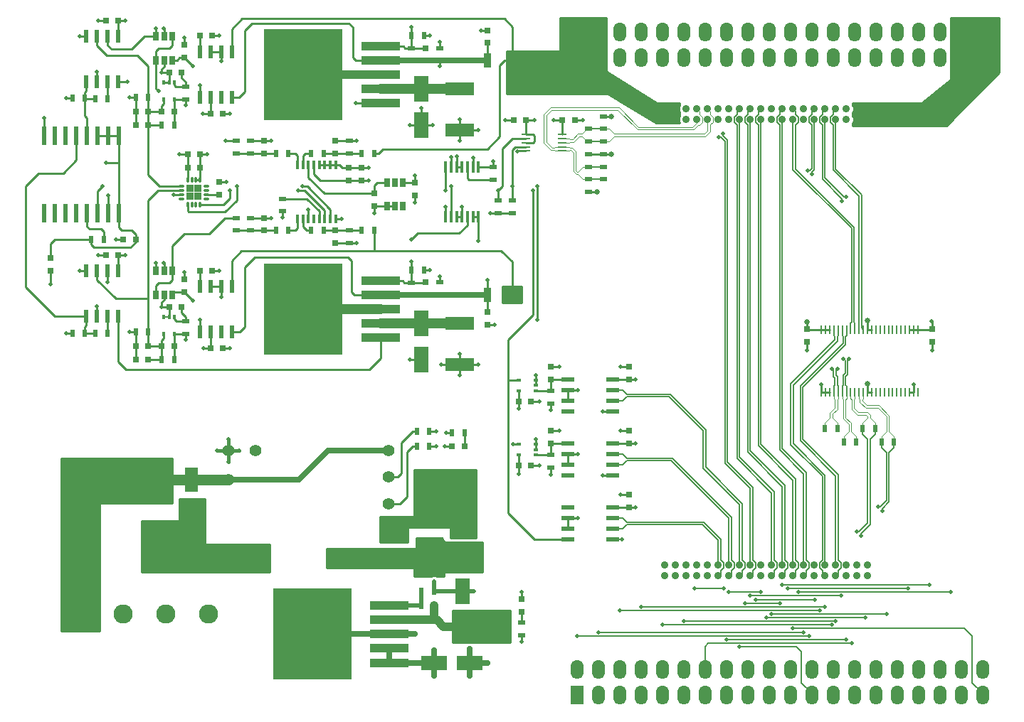
<source format=gbr>
G04 #@! TF.FileFunction,Copper,L1,Top,Signal*
%FSLAX46Y46*%
G04 Gerber Fmt 4.6, Leading zero omitted, Abs format (unit mm)*
G04 Created by KiCad (PCBNEW 4.0.7) date 06/14/18 13:46:53*
%MOMM*%
%LPD*%
G01*
G04 APERTURE LIST*
%ADD10C,0.100000*%
%ADD11R,0.285000X1.000000*%
%ADD12R,0.800000X0.750000*%
%ADD13R,0.304800X0.508000*%
%ADD14R,1.800860X3.149600*%
%ADD15R,0.750000X0.800000*%
%ADD16R,2.700020X4.000500*%
%ADD17R,1.501140X2.999740*%
%ADD18R,3.149600X1.800860*%
%ADD19R,3.500000X1.600000*%
%ADD20C,0.900000*%
%ADD21R,0.500000X0.900000*%
%ADD22R,0.900000X0.500000*%
%ADD23R,0.900000X1.700000*%
%ADD24R,0.600000X1.550000*%
%ADD25R,0.450000X1.450000*%
%ADD26R,1.100000X0.250000*%
%ADD27R,1.550000X0.600000*%
%ADD28R,0.508000X0.304800*%
%ADD29O,0.750000X0.300000*%
%ADD30O,0.300000X0.750000*%
%ADD31R,0.900000X0.900000*%
%ADD32R,4.600000X1.100000*%
%ADD33R,9.400000X10.800000*%
%ADD34C,1.397000*%
%ADD35R,1.524000X2.286000*%
%ADD36O,1.524000X2.286000*%
%ADD37R,0.797560X0.797560*%
%ADD38C,2.286000*%
%ADD39R,0.400000X1.000000*%
%ADD40R,0.650000X1.060000*%
%ADD41R,0.600000X2.300000*%
%ADD42C,0.508000*%
%ADD43C,0.889000*%
%ADD44C,0.635000*%
%ADD45C,0.254000*%
%ADD46C,0.152400*%
%ADD47C,1.143000*%
%ADD48C,1.016000*%
%ADD49C,0.508000*%
%ADD50C,0.635000*%
%ADD51C,0.381000*%
%ADD52C,0.762000*%
%ADD53C,1.270000*%
%ADD54C,0.125000*%
G04 APERTURE END LIST*
D10*
D11*
X151513780Y-75929180D03*
X152013780Y-75929180D03*
X152513780Y-75929180D03*
X153013780Y-75929180D03*
X153513780Y-75929180D03*
X154013780Y-75929180D03*
X154513780Y-75929180D03*
X155013780Y-75929180D03*
X155513780Y-75929180D03*
X156013780Y-75929180D03*
X156513780Y-75929180D03*
X157013780Y-75929180D03*
X157513780Y-75929180D03*
X158013780Y-75929180D03*
X158513780Y-75929180D03*
X159013780Y-75929180D03*
X159513780Y-75929180D03*
X160013780Y-75929180D03*
X160513780Y-75929180D03*
X161013780Y-75929180D03*
X161513780Y-75929180D03*
X162013780Y-75929180D03*
X162513780Y-75929180D03*
X163013780Y-75929180D03*
X163013780Y-68429180D03*
X162513780Y-68429180D03*
X162013780Y-68429180D03*
X161513780Y-68429180D03*
X161013780Y-68429180D03*
X160513780Y-68429180D03*
X160013780Y-68429180D03*
X159513780Y-68429180D03*
X159013780Y-68429180D03*
X158513780Y-68429180D03*
X158013780Y-68429180D03*
X157513780Y-68429180D03*
X157013780Y-68429180D03*
X156513780Y-68429180D03*
X156013780Y-68429180D03*
X155513780Y-68429180D03*
X155013780Y-68429180D03*
X154513780Y-68429180D03*
X154013780Y-68429180D03*
X153513780Y-68429180D03*
X153013780Y-68429180D03*
X152513780Y-68429180D03*
X152013780Y-68429180D03*
X151513780Y-68429180D03*
D12*
X71435660Y-42443400D03*
X69935660Y-42443400D03*
D13*
X74549000Y-39014400D03*
X73279000Y-39014400D03*
X74549000Y-41046400D03*
X73914000Y-39014400D03*
X73279000Y-41046400D03*
D14*
X103886000Y-44058840D03*
X103886000Y-39806880D03*
D12*
X75415840Y-37792660D03*
X73915840Y-37792660D03*
D14*
X103886000Y-71988680D03*
X103886000Y-67736720D03*
D12*
X75413300Y-65732660D03*
X73913300Y-65732660D03*
D15*
X93705680Y-47456790D03*
X93705680Y-45956790D03*
X95247460Y-49173700D03*
X95247460Y-50673700D03*
X103121460Y-50946620D03*
X103121460Y-52446620D03*
X98308160Y-52247100D03*
X98308160Y-53747100D03*
X96847660Y-49170460D03*
X96847660Y-50670460D03*
X93705680Y-56644540D03*
X93705680Y-58144540D03*
D12*
X74549700Y-42443400D03*
X73049700Y-42443400D03*
X74549700Y-70383400D03*
X73049700Y-70383400D03*
D15*
X85214460Y-47452980D03*
X85214460Y-45952980D03*
D12*
X71435660Y-72026780D03*
X69935660Y-72026780D03*
D15*
X104444800Y-36401440D03*
X104444800Y-34901440D03*
X104424480Y-64338900D03*
X104424480Y-62838900D03*
D12*
X71435660Y-44086780D03*
X69935660Y-44086780D03*
X71433120Y-70383400D03*
X69933120Y-70383400D03*
D15*
X85214460Y-56643400D03*
X85214460Y-55143400D03*
X111834000Y-34300860D03*
X111834000Y-32800860D03*
X111834000Y-66361880D03*
X111834000Y-67861880D03*
D12*
X77560740Y-33423860D03*
X79060740Y-33423860D03*
X77555660Y-61424820D03*
X79055660Y-61424820D03*
X66374580Y-59585860D03*
X67874580Y-59585860D03*
X66374580Y-31628080D03*
X67874580Y-31628080D03*
X78825660Y-42707560D03*
X80325660Y-42707560D03*
X78825660Y-70662800D03*
X80325660Y-70662800D03*
X76118020Y-49138840D03*
X77618020Y-49138840D03*
X76118020Y-47558960D03*
X77618020Y-47558960D03*
D15*
X79898240Y-50857720D03*
X79898240Y-52357720D03*
X75727560Y-36040760D03*
X75727560Y-34540760D03*
X75727560Y-63980760D03*
X75727560Y-62480760D03*
D12*
X120689940Y-43461940D03*
X122189940Y-43461940D03*
D16*
X72196960Y-94122240D03*
X72196960Y-86344760D03*
D12*
X116389280Y-43461940D03*
X114889280Y-43461940D03*
D17*
X76570840Y-90337640D03*
X76570840Y-86339680D03*
D18*
X109702600Y-108140500D03*
X105450640Y-108140500D03*
D12*
X69949760Y-57698640D03*
X68449760Y-57698640D03*
D15*
X59801760Y-59956000D03*
X59801760Y-61456000D03*
D17*
X108712000Y-91539060D03*
X108712000Y-95537020D03*
D14*
X108808520Y-99598480D03*
X108808520Y-103850440D03*
D16*
X104886760Y-87762080D03*
X104886760Y-95539560D03*
D15*
X149811740Y-68426900D03*
X149811740Y-69926900D03*
X164673280Y-68426900D03*
X164673280Y-69926900D03*
X128651000Y-82014760D03*
X128651000Y-80514760D03*
X128625600Y-89629680D03*
X128625600Y-88129680D03*
X128651000Y-74392920D03*
X128651000Y-72892920D03*
X119334280Y-82014760D03*
X119334280Y-80514760D03*
X119334280Y-74394760D03*
X119334280Y-72894760D03*
D12*
X115492400Y-84660740D03*
X116992400Y-84660740D03*
X115493100Y-77058520D03*
X116993100Y-77058520D03*
D19*
X108458000Y-44686220D03*
X108458000Y-39809420D03*
X108458000Y-72613520D03*
X108458000Y-67736720D03*
D20*
X132902960Y-42164000D03*
X134172960Y-42164000D03*
X135442960Y-42164000D03*
X136712960Y-42164000D03*
X137982960Y-42164000D03*
X139252960Y-42164000D03*
X140522960Y-42164000D03*
X141792960Y-42164000D03*
X143062960Y-42164000D03*
X144332960Y-42164000D03*
X145602960Y-42164000D03*
X146872960Y-42164000D03*
X148142960Y-42164000D03*
X149412960Y-42164000D03*
X150682960Y-42164000D03*
X151952960Y-42164000D03*
X153222960Y-42164000D03*
X154492960Y-42164000D03*
X155762960Y-42164000D03*
X157032960Y-42164000D03*
X132902960Y-43434000D03*
X134172960Y-43434000D03*
X135442960Y-43434000D03*
X136712960Y-43434000D03*
X137982960Y-43434000D03*
X139252960Y-43434000D03*
X140522960Y-43434000D03*
X141792960Y-43434000D03*
X143062960Y-43434000D03*
X144332960Y-43434000D03*
X145602960Y-43434000D03*
X146872960Y-43434000D03*
X148142960Y-43434000D03*
X149412960Y-43434000D03*
X150682960Y-43434000D03*
X151952960Y-43434000D03*
X153222960Y-43434000D03*
X154492960Y-43434000D03*
X155762960Y-43434000D03*
X157032960Y-43434000D03*
X132902960Y-96520000D03*
X134172960Y-96520000D03*
X135442960Y-96520000D03*
X136712960Y-96520000D03*
X137982960Y-96520000D03*
X139252960Y-96520000D03*
X140522960Y-96520000D03*
X141792960Y-96520000D03*
X143062960Y-96520000D03*
X144332960Y-96520000D03*
X145602960Y-96520000D03*
X146872960Y-96520000D03*
X148142960Y-96520000D03*
X149412960Y-96520000D03*
X150682960Y-96520000D03*
X151952960Y-96520000D03*
X153222960Y-96520000D03*
X154492960Y-96520000D03*
X155762960Y-96520000D03*
X157032960Y-96520000D03*
X132902960Y-97790000D03*
X134172960Y-97790000D03*
X135442960Y-97790000D03*
X136712960Y-97790000D03*
X137982960Y-97790000D03*
X139252960Y-97790000D03*
X140522960Y-97790000D03*
X141792960Y-97790000D03*
X143062960Y-97790000D03*
X144332960Y-97790000D03*
X145602960Y-97790000D03*
X146872960Y-97790000D03*
X148142960Y-97790000D03*
X149412960Y-97790000D03*
X150682960Y-97790000D03*
X151952960Y-97790000D03*
X153222960Y-97790000D03*
X154492960Y-97790000D03*
X155762960Y-97790000D03*
X157032960Y-97790000D03*
D21*
X96819020Y-47454820D03*
X98319020Y-47454820D03*
X96819020Y-56644540D03*
X98319020Y-56644540D03*
D22*
X81887060Y-47452980D03*
X81887060Y-45952980D03*
X81887060Y-56645240D03*
X81887060Y-55145240D03*
X95349060Y-47455520D03*
X95349060Y-45955520D03*
X75890120Y-41047100D03*
X75890120Y-39547100D03*
X75890120Y-68987100D03*
X75890120Y-67487100D03*
X95349060Y-56643840D03*
X95349060Y-58143840D03*
X102760780Y-36401440D03*
X102760780Y-34901440D03*
D21*
X102762620Y-33403540D03*
X104262620Y-33403540D03*
D22*
X102760780Y-64341440D03*
X102760780Y-62841440D03*
D21*
X102762620Y-61335920D03*
X104262620Y-61335920D03*
D22*
X83566000Y-47452980D03*
X83566000Y-45952980D03*
X83566000Y-56642700D03*
X83566000Y-55142700D03*
D21*
X74549700Y-44086780D03*
X73049700Y-44086780D03*
X74549700Y-72026780D03*
X73049700Y-72026780D03*
D22*
X106118660Y-34901440D03*
X106118660Y-36401440D03*
D21*
X71435660Y-40764460D03*
X69935660Y-40764460D03*
D22*
X106118660Y-62838900D03*
X106118660Y-64338900D03*
D21*
X71433120Y-68704460D03*
X69933120Y-68704460D03*
X90802460Y-47452280D03*
X92302460Y-47452280D03*
X90802460Y-56644540D03*
X92302460Y-56644540D03*
X88126000Y-47452280D03*
X86626000Y-47452280D03*
X88126000Y-56644540D03*
X86626000Y-56644540D03*
D23*
X114734000Y-36401440D03*
X111834000Y-36401440D03*
X114734000Y-64338900D03*
X111834000Y-64338900D03*
D22*
X114754660Y-54598000D03*
X114754660Y-53098000D03*
X113055400Y-54598000D03*
X113055400Y-53098000D03*
X87406480Y-54364320D03*
X87406480Y-52864320D03*
D21*
X64642300Y-57698640D03*
X66142300Y-57698640D03*
D22*
X112473740Y-50615280D03*
X112473740Y-49115280D03*
D21*
X66607120Y-40914320D03*
X65107120Y-40914320D03*
X63904560Y-40911780D03*
X62404560Y-40911780D03*
X66607120Y-68854320D03*
X65107120Y-68854320D03*
X63904560Y-68854320D03*
X62404560Y-68854320D03*
X153450420Y-80203040D03*
X151950420Y-80203040D03*
X154174760Y-81887060D03*
X155674760Y-81887060D03*
X157942980Y-80203040D03*
X156442980Y-80203040D03*
X158683260Y-81887060D03*
X160183260Y-81887060D03*
X104890000Y-82359500D03*
X103390000Y-82359500D03*
X103390000Y-80594200D03*
X104890000Y-80594200D03*
X105448800Y-101348540D03*
X103948800Y-101348540D03*
X103948800Y-99601020D03*
X105448800Y-99601020D03*
D22*
X123858020Y-47543720D03*
X123858020Y-49043720D03*
X125585220Y-49044160D03*
X125585220Y-50544160D03*
X123858020Y-50542760D03*
X123858020Y-52042760D03*
X125585220Y-47544420D03*
X125585220Y-46044420D03*
X123858020Y-46045820D03*
X123858020Y-44545820D03*
X125585220Y-44542140D03*
X125585220Y-43042140D03*
X119334280Y-84874800D03*
X119334280Y-83374800D03*
X119334280Y-77234480D03*
X119334280Y-75734480D03*
D13*
X74549000Y-66954400D03*
X73279000Y-66954400D03*
X74549000Y-68986400D03*
X73914000Y-66954400D03*
X73279000Y-68986400D03*
D24*
X81366360Y-35400000D03*
X80096360Y-35400000D03*
X78826360Y-35400000D03*
X77556360Y-35400000D03*
X77556360Y-40800000D03*
X78826360Y-40800000D03*
X80096360Y-40800000D03*
X81366360Y-40800000D03*
X81366360Y-63340000D03*
X80096360Y-63340000D03*
X78826360Y-63340000D03*
X77556360Y-63340000D03*
X77556360Y-68740000D03*
X78826360Y-68740000D03*
X80096360Y-68740000D03*
X81366360Y-68740000D03*
X67873880Y-33545800D03*
X66603880Y-33545800D03*
X65333880Y-33545800D03*
X64063880Y-33545800D03*
X64063880Y-38945800D03*
X65333880Y-38945800D03*
X66603880Y-38945800D03*
X67873880Y-38945800D03*
X67873880Y-61485800D03*
X66603880Y-61485800D03*
X65333880Y-61485800D03*
X64063880Y-61485800D03*
X64063880Y-66885800D03*
X65333880Y-66885800D03*
X66603880Y-66885800D03*
X67873880Y-66885800D03*
D25*
X110725500Y-49120000D03*
X110075500Y-49120000D03*
X109425500Y-49120000D03*
X108775500Y-49120000D03*
X108125500Y-49120000D03*
X107475500Y-49120000D03*
X106825500Y-49120000D03*
X106825500Y-55020000D03*
X107475500Y-55020000D03*
X108125500Y-55020000D03*
X108775500Y-55020000D03*
X109425500Y-55020000D03*
X110075500Y-55020000D03*
X110725500Y-55020000D03*
D26*
X116389260Y-45177200D03*
X116389260Y-45677200D03*
X116389260Y-46177200D03*
X116389260Y-46677200D03*
X116389260Y-47177200D03*
X120689260Y-47177200D03*
X120689260Y-46677200D03*
X120689260Y-46177200D03*
X120689260Y-45677200D03*
X120689260Y-45177200D03*
D27*
X121333280Y-82014060D03*
X121333280Y-83284060D03*
X121333280Y-84554060D03*
X121333280Y-85824060D03*
X126733280Y-85824060D03*
X126733280Y-84554060D03*
X126733280Y-83284060D03*
X126733280Y-82014060D03*
X121333280Y-74394060D03*
X121333280Y-75664060D03*
X121333280Y-76934060D03*
X121333280Y-78204060D03*
X126733280Y-78204060D03*
X126733280Y-76934060D03*
X126733280Y-75664060D03*
X126733280Y-74394060D03*
X121333280Y-89634060D03*
X121333280Y-90904060D03*
X121333280Y-92174060D03*
X121333280Y-93444060D03*
X126733280Y-93444060D03*
X126733280Y-92174060D03*
X126733280Y-90904060D03*
X126733280Y-89634060D03*
D28*
X117525800Y-83375500D03*
X117525800Y-82105500D03*
X115493800Y-83375500D03*
X117525800Y-82740500D03*
X115493800Y-82105500D03*
X117525800Y-75737720D03*
X117525800Y-74467720D03*
X115493800Y-75737720D03*
X117525800Y-75102720D03*
X115493800Y-74467720D03*
D29*
X75393020Y-51360640D03*
X75393020Y-51860640D03*
X75393020Y-52360640D03*
X75393020Y-52860640D03*
D30*
X76118020Y-53585640D03*
X76618020Y-53585640D03*
X77118020Y-53585640D03*
X77618020Y-53585640D03*
D29*
X78343020Y-52860640D03*
X78343020Y-52360640D03*
X78343020Y-51860640D03*
X78343020Y-51360640D03*
D30*
X77618020Y-50635640D03*
X77118020Y-50635640D03*
X76618020Y-50635640D03*
X76118020Y-50635640D03*
D31*
X77318020Y-52560640D03*
X77318020Y-51660640D03*
X76418020Y-52560640D03*
X76418020Y-51660640D03*
D32*
X99060000Y-34700000D03*
X99060000Y-36400000D03*
X99060000Y-39800000D03*
D33*
X89910000Y-38100000D03*
D32*
X99060000Y-38100000D03*
X99060000Y-41500000D03*
X99060000Y-62640000D03*
X99060000Y-64340000D03*
X99060000Y-67740000D03*
D33*
X89910000Y-66040000D03*
D32*
X99060000Y-66040000D03*
X99060000Y-69440000D03*
X100081080Y-101343780D03*
X100081080Y-103043780D03*
X100081080Y-106443780D03*
D33*
X90931080Y-104743780D03*
D32*
X100081080Y-104743780D03*
X100081080Y-108143780D03*
D34*
X80992980Y-82847180D03*
X80992980Y-86339680D03*
X80992980Y-95547180D03*
X84167980Y-95547180D03*
X93692980Y-95547180D03*
X100042980Y-95547180D03*
X100042980Y-92372180D03*
X100042980Y-89197180D03*
X100042980Y-86022180D03*
X100042980Y-82847180D03*
X84167980Y-82847180D03*
D35*
X122428000Y-36068000D03*
D36*
X124968000Y-36068000D03*
X127508000Y-36068000D03*
X130048000Y-36068000D03*
X132588000Y-36068000D03*
X135128000Y-36068000D03*
X137668000Y-36068000D03*
X140208000Y-36068000D03*
X142748000Y-36068000D03*
X145288000Y-36068000D03*
X147828000Y-36068000D03*
X150368000Y-36068000D03*
X152908000Y-36068000D03*
X155448000Y-36068000D03*
X157988000Y-36068000D03*
X160528000Y-36068000D03*
X163068000Y-36068000D03*
X165608000Y-36068000D03*
X168148000Y-36068000D03*
X170688000Y-36068000D03*
X122428000Y-33020000D03*
X124968000Y-33020000D03*
X127508000Y-33020000D03*
X130048000Y-33020000D03*
X132588000Y-33020000D03*
X135128000Y-33020000D03*
X137668000Y-33020000D03*
X140208000Y-33020000D03*
X142748000Y-33020000D03*
X145288000Y-33020000D03*
X147828000Y-33020000D03*
X150368000Y-33020000D03*
X152908000Y-33020000D03*
X155448000Y-33020000D03*
X157988000Y-33020000D03*
X160528000Y-33020000D03*
X163068000Y-33020000D03*
X165608000Y-33020000D03*
X168148000Y-33020000D03*
X170688000Y-33020000D03*
D35*
X122428000Y-112014000D03*
D36*
X124968000Y-112014000D03*
X127508000Y-112014000D03*
X130048000Y-112014000D03*
X132588000Y-112014000D03*
X135128000Y-112014000D03*
X137668000Y-112014000D03*
X140208000Y-112014000D03*
X142748000Y-112014000D03*
X145288000Y-112014000D03*
X147828000Y-112014000D03*
X150368000Y-112014000D03*
X152908000Y-112014000D03*
X155448000Y-112014000D03*
X157988000Y-112014000D03*
X160528000Y-112014000D03*
X163068000Y-112014000D03*
X165608000Y-112014000D03*
X168148000Y-112014000D03*
X170688000Y-112014000D03*
X122428000Y-108966000D03*
X124968000Y-108966000D03*
X127508000Y-108966000D03*
X130048000Y-108966000D03*
X132588000Y-108966000D03*
X135128000Y-108966000D03*
X137668000Y-108966000D03*
X140208000Y-108966000D03*
X142748000Y-108966000D03*
X145288000Y-108966000D03*
X147828000Y-108966000D03*
X150368000Y-108966000D03*
X152908000Y-108966000D03*
X155448000Y-108966000D03*
X157988000Y-108966000D03*
X160528000Y-108966000D03*
X163068000Y-108966000D03*
X165608000Y-108966000D03*
X168148000Y-108966000D03*
X170688000Y-108966000D03*
D37*
X115824000Y-102095300D03*
X115824000Y-100596700D03*
X109080300Y-82359500D03*
X107581700Y-82359500D03*
D22*
X115824000Y-103390000D03*
X115824000Y-104890000D03*
D21*
X109081000Y-80708500D03*
X107581000Y-80708500D03*
D38*
X63408560Y-102362000D03*
X68488560Y-102362000D03*
X73568560Y-102362000D03*
X78648560Y-102362000D03*
D39*
X93750560Y-48829360D03*
X93100560Y-48829360D03*
X92450560Y-48829360D03*
X91800560Y-48829360D03*
X91150560Y-48829360D03*
X90500560Y-48829360D03*
X89850560Y-48829360D03*
X89200560Y-48829360D03*
X89200560Y-55229360D03*
X89850560Y-55229360D03*
X90500560Y-55229360D03*
X91150560Y-55229360D03*
X91800560Y-55229360D03*
X92450560Y-55229360D03*
X93100560Y-55229360D03*
X93750560Y-55229360D03*
D40*
X99857520Y-53746860D03*
X100807520Y-53746860D03*
X101757520Y-53746860D03*
X101757520Y-50946860D03*
X99857520Y-50946860D03*
X100807520Y-50946860D03*
X74267100Y-33540240D03*
X73317100Y-33540240D03*
X72367100Y-33540240D03*
X72367100Y-36340240D03*
X74267100Y-36340240D03*
X73317100Y-36340240D03*
X74267100Y-61480240D03*
X73317100Y-61480240D03*
X72367100Y-61480240D03*
X72367100Y-64280240D03*
X74267100Y-64280240D03*
X73317100Y-64280240D03*
D41*
X67980560Y-54621960D03*
X67980560Y-45321960D03*
X66710560Y-54621960D03*
X66710560Y-45321960D03*
X65440560Y-54621960D03*
X65440560Y-45321960D03*
X64170560Y-54621960D03*
X64170560Y-45321960D03*
X62900560Y-54621960D03*
X62900560Y-45321960D03*
X61630560Y-54621960D03*
X61630560Y-45321960D03*
X60360560Y-54621960D03*
X60360560Y-45321960D03*
X59090560Y-54621960D03*
X59090560Y-45321960D03*
D42*
X59065160Y-43266360D03*
X59827160Y-63027560D03*
X98308160Y-54602380D03*
X103121460Y-53299360D03*
X73314560Y-60495180D03*
X73312020Y-32555180D03*
X94404180Y-55229760D03*
X112664240Y-67861180D03*
X111005620Y-32801560D03*
X73058020Y-65730120D03*
X103886000Y-42031920D03*
X105239820Y-44058840D03*
X102532180Y-44061380D03*
X106824780Y-53842920D03*
X108775500Y-53840380D03*
X110075980Y-47939960D03*
X65519300Y-31628080D03*
X63309500Y-33545780D03*
X102532180Y-71991220D03*
X86042500Y-55143400D03*
X96253300Y-58148220D03*
X63309500Y-61485780D03*
X65519300Y-59585860D03*
X86042500Y-45953680D03*
X96253300Y-45961300D03*
X97675700Y-49171860D03*
X67594480Y-57701180D03*
X61701680Y-68854320D03*
X65336420Y-65659000D03*
X69227700Y-68704460D03*
X69232780Y-40769540D03*
X65331340Y-37716460D03*
X61704220Y-40911780D03*
X73060560Y-37795200D03*
X75725020Y-61625480D03*
D43*
X89910000Y-66040000D03*
D42*
X81180940Y-70665340D03*
X106118660Y-62133480D03*
X104968040Y-61338460D03*
X79910940Y-61422280D03*
X75727560Y-33685480D03*
X81180940Y-42705020D03*
X79916020Y-33421320D03*
D43*
X89910000Y-38100000D03*
D42*
X104965500Y-33403540D03*
X106118660Y-34196020D03*
X127828040Y-93444060D03*
X106680000Y-82359500D03*
X115824000Y-99695000D03*
D44*
X157010100Y-67409060D03*
X126552960Y-43042840D03*
X124825760Y-52044600D03*
D42*
X123169680Y-43464480D03*
X115310920Y-47177960D03*
X113908840Y-43459400D03*
X74490580Y-52362100D03*
X78473300Y-47561500D03*
X80726280Y-50855880D03*
X162514280Y-74975720D03*
X151513540Y-74975720D03*
X149811740Y-70904100D03*
X164675820Y-70906640D03*
X117525800Y-73858120D03*
X117972840Y-77058520D03*
X117525800Y-81500980D03*
X117972840Y-84660740D03*
X120365520Y-72892920D03*
X120362980Y-80515460D03*
X125503940Y-78201520D03*
X125503940Y-85826600D03*
X122562620Y-75664060D03*
X122562620Y-83284060D03*
X127622300Y-72892920D03*
X127622300Y-80515460D03*
X127596900Y-88130380D03*
X110220760Y-99598480D03*
X105448100Y-98465640D03*
D43*
X90931080Y-104743780D03*
D42*
X103121460Y-104744520D03*
X109702600Y-109667040D03*
X111800640Y-108140500D03*
X109705140Y-106481880D03*
X82443320Y-95544640D03*
X79664560Y-95547180D03*
X76573380Y-92400120D03*
X108887260Y-86982300D03*
X108173520Y-86969600D03*
X107386120Y-86967060D03*
X108887260Y-87762080D03*
X108173520Y-87762080D03*
X107383580Y-87762080D03*
X105717340Y-82356960D03*
X80992980Y-84183220D03*
X82288380Y-82847180D03*
X79598520Y-82847180D03*
X80995520Y-81473040D03*
X74058780Y-94122240D03*
X80096360Y-36431220D03*
X80096360Y-64569340D03*
X66380360Y-48600360D03*
X103121460Y-50091340D03*
X90464640Y-54173120D03*
D44*
X113573560Y-104607360D03*
X113573560Y-103591360D03*
X113573560Y-102575360D03*
X112303560Y-102552500D03*
X112303560Y-104607360D03*
X112303560Y-103591360D03*
D42*
X129374200Y-89629680D03*
X129399600Y-82014760D03*
X129401440Y-74392920D03*
X115493800Y-77886560D03*
X112478820Y-48409860D03*
X112151160Y-54594760D03*
X87409020Y-55067200D03*
X97678240Y-50670460D03*
X115824000Y-105664000D03*
D44*
X149811740Y-67510660D03*
X157012640Y-74909680D03*
X126552960Y-47551340D03*
D42*
X119710200Y-43467020D03*
X117368320Y-43461940D03*
X75138280Y-47558960D03*
X164668200Y-67447160D03*
X115491260Y-85689440D03*
X119334280Y-78064360D03*
X119331740Y-85704680D03*
X122549920Y-90906600D03*
X108455460Y-45940980D03*
X110662720Y-44686220D03*
X108458000Y-43431460D03*
X108455460Y-73868280D03*
X106253280Y-72613520D03*
X110662720Y-72613520D03*
X108460540Y-71358760D03*
X68727320Y-59588400D03*
X68729860Y-31628080D03*
X75890120Y-69692520D03*
X76702920Y-64957960D03*
X76713080Y-37033200D03*
X75892660Y-41752520D03*
X77972920Y-70665340D03*
X77970380Y-42707560D03*
X106870500Y-80708500D03*
X110614460Y-96225360D03*
X110030260Y-96225360D03*
X105453180Y-109682280D03*
X105453180Y-106646980D03*
X105717340Y-80594200D03*
X110614460Y-94818200D03*
X110027720Y-94810580D03*
X110614460Y-95539560D03*
X110030260Y-95539560D03*
X106118660Y-37089080D03*
X108132880Y-47853600D03*
X102760780Y-32405320D03*
X107482640Y-47858680D03*
X111836200Y-62534800D03*
X110723680Y-57863740D03*
X102758240Y-60302140D03*
X102760780Y-57711340D03*
X150708360Y-100606900D03*
X143690340Y-100606900D03*
X139331894Y-45544546D03*
X156723080Y-102781100D03*
X144973040Y-102776070D03*
X147500761Y-99301300D03*
X161792920Y-99311470D03*
X166936420Y-99743280D03*
X148770340Y-99743280D03*
X122428000Y-104937560D03*
X150045420Y-104935120D03*
X149922392Y-49480696D03*
X153428700Y-73088500D03*
X154002934Y-53116286D03*
X154165300Y-71945500D03*
X115702080Y-65062100D03*
X115702080Y-63566040D03*
X115702080Y-64338200D03*
X113771680Y-65001140D03*
X113771680Y-63611760D03*
X113771680Y-64338200D03*
X153850340Y-100175090D03*
X143062960Y-100175090D03*
X139798866Y-45077574D03*
X159258000Y-102344220D03*
X145602960Y-102344260D03*
X164343080Y-98861880D03*
X146872960Y-98861880D03*
X148142960Y-104071500D03*
X124968000Y-104503220D03*
X149412960Y-104503310D03*
X150389364Y-49947668D03*
X152768300Y-73088500D03*
X154469906Y-52649314D03*
X154825700Y-71945500D03*
X158277754Y-89568214D03*
X155125420Y-105798740D03*
X156247906Y-92984126D03*
X151323040Y-101912420D03*
X127508000Y-101912420D03*
X152742900Y-103639690D03*
X132588000Y-103639690D03*
X146601180Y-101038710D03*
X142420340Y-101038710D03*
X136403080Y-99311470D03*
X139880340Y-99311470D03*
X158744726Y-90035186D03*
X140208000Y-105366820D03*
X154492960Y-105366930D03*
X155780934Y-92517154D03*
X151952960Y-101480640D03*
X130048000Y-101480610D03*
X153222960Y-103207880D03*
X135128000Y-103207880D03*
X141790420Y-106230550D03*
X144335500Y-99743280D03*
X140522960Y-99743280D03*
X80670400Y-45953680D03*
X72638920Y-40030400D03*
X66024760Y-51394360D03*
X117736620Y-67256660D03*
X117736620Y-51366420D03*
X114833400Y-82105500D03*
X114752120Y-51366420D03*
X107475020Y-51366420D03*
X89771220Y-51366420D03*
X81978500Y-51366420D03*
X66685160Y-52461160D03*
X117223540Y-51879499D03*
X113057940Y-51879499D03*
X106832400Y-51879499D03*
X89301320Y-51879499D03*
X81155540Y-51879499D03*
X96161860Y-41498520D03*
X68958460Y-38943280D03*
X72369680Y-32557720D03*
X77556360Y-39303960D03*
X72367140Y-60497720D03*
X77558900Y-67284600D03*
X66606420Y-62791340D03*
D45*
X59090560Y-45321960D02*
X59090560Y-43291760D01*
X59090560Y-43291760D02*
X59065160Y-43266360D01*
X59801760Y-61456000D02*
X59801760Y-63002160D01*
X59801760Y-63002160D02*
X59827160Y-63027560D01*
X98308160Y-53747100D02*
X98308160Y-54602380D01*
X99857520Y-53746860D02*
X100807520Y-53746860D01*
X98308160Y-53747100D02*
X99857280Y-53747100D01*
X99857280Y-53747100D02*
X99857520Y-53746860D01*
X103121460Y-52446620D02*
X103121460Y-53299360D01*
X73317100Y-61480240D02*
X73317100Y-60497720D01*
X73317100Y-60497720D02*
X73314560Y-60495180D01*
X73055480Y-65156080D02*
X73058020Y-65158620D01*
X73058020Y-65158620D02*
X73058020Y-65730120D01*
X73317100Y-64894460D02*
X73055480Y-65156080D01*
X73317100Y-64280240D02*
X73317100Y-64894460D01*
X73317100Y-33540240D02*
X73317100Y-32560260D01*
X73317100Y-32560260D02*
X73312020Y-32555180D01*
X73060560Y-37424360D02*
X73060560Y-37795200D01*
X73317100Y-37167820D02*
X73060560Y-37424360D01*
X73317100Y-36340240D02*
X73317100Y-37167820D01*
X93750560Y-48829360D02*
X94204560Y-48829360D01*
X94204560Y-48829360D02*
X94548900Y-49173700D01*
X94548900Y-49173700D02*
X95247460Y-49173700D01*
X93100560Y-48829360D02*
X93750560Y-48829360D01*
X92450560Y-48829360D02*
X93100560Y-48829360D01*
X91800560Y-48829360D02*
X92450560Y-48829360D01*
X93750560Y-55229360D02*
X94403780Y-55229360D01*
X94403780Y-55229360D02*
X94404180Y-55229760D01*
D46*
X73279000Y-66954400D02*
X73914000Y-66954400D01*
D45*
X111834000Y-67861880D02*
X112663540Y-67861880D01*
X112663540Y-67861880D02*
X112664240Y-67861180D01*
X111834000Y-32800860D02*
X111006320Y-32800860D01*
X111006320Y-32800860D02*
X111005620Y-32801560D01*
X73913300Y-65732660D02*
X73060560Y-65732660D01*
X73060560Y-65732660D02*
X73058020Y-65730120D01*
X103886000Y-44058840D02*
X103886000Y-42031920D01*
X103886000Y-44058840D02*
X105239820Y-44058840D01*
X103886000Y-44058840D02*
X102534720Y-44058840D01*
X102534720Y-44058840D02*
X102532180Y-44061380D01*
X106825500Y-55020000D02*
X106825500Y-53843640D01*
X106825500Y-53843640D02*
X106824780Y-53842920D01*
X108775500Y-55020000D02*
X108775500Y-53840380D01*
X108125500Y-55020000D02*
X108775500Y-55020000D01*
X110075500Y-49120000D02*
X110075500Y-47940440D01*
X110075500Y-47940440D02*
X110075980Y-47939960D01*
X66374580Y-31628080D02*
X65519300Y-31628080D01*
X64063880Y-33545800D02*
X63309520Y-33545800D01*
X63309520Y-33545800D02*
X63309500Y-33545780D01*
X103886000Y-71988680D02*
X102534720Y-71988680D01*
X102534720Y-71988680D02*
X102532180Y-71991220D01*
X85214460Y-55143400D02*
X86042500Y-55143400D01*
X83566000Y-55142700D02*
X85213760Y-55142700D01*
X85213760Y-55142700D02*
X85214460Y-55143400D01*
X95349060Y-58143840D02*
X96248920Y-58143840D01*
X96248920Y-58143840D02*
X96253300Y-58148220D01*
X93705680Y-58144540D02*
X95348360Y-58144540D01*
X95348360Y-58144540D02*
X95349060Y-58143840D01*
X64063880Y-61485800D02*
X63309520Y-61485800D01*
X63309520Y-61485800D02*
X63309500Y-61485780D01*
X66374580Y-59585860D02*
X65519300Y-59585860D01*
X85214460Y-45952980D02*
X86041800Y-45952980D01*
X86041800Y-45952980D02*
X86042500Y-45953680D01*
X83566000Y-45952980D02*
X85214460Y-45952980D01*
X95349060Y-45955520D02*
X96247520Y-45955520D01*
X96247520Y-45955520D02*
X96253300Y-45961300D01*
X93705680Y-45956790D02*
X95347790Y-45956790D01*
X95347790Y-45956790D02*
X95349060Y-45955520D01*
X96847660Y-49170460D02*
X97674300Y-49170460D01*
X97674300Y-49170460D02*
X97675700Y-49171860D01*
X93718700Y-49173700D02*
X93715000Y-49170000D01*
X95247460Y-49173700D02*
X96844420Y-49173700D01*
X96844420Y-49173700D02*
X96847660Y-49170460D01*
X68449760Y-57698640D02*
X67597020Y-57698640D01*
X67597020Y-57698640D02*
X67594480Y-57701180D01*
X62404560Y-68854320D02*
X61701680Y-68854320D01*
X65333880Y-66885800D02*
X65333880Y-65661540D01*
X65333880Y-65661540D02*
X65336420Y-65659000D01*
X69933120Y-68704460D02*
X69227700Y-68704460D01*
X69933120Y-70383400D02*
X69933120Y-68704460D01*
X69933120Y-70383400D02*
X69933120Y-72024240D01*
X69933120Y-72024240D02*
X69935660Y-72026780D01*
X73913300Y-65732660D02*
X73913300Y-66953700D01*
X73913300Y-66953700D02*
X73914000Y-66954400D01*
X69935660Y-40764460D02*
X69237860Y-40764460D01*
X69237860Y-40764460D02*
X69232780Y-40769540D01*
X65333880Y-38945800D02*
X65333880Y-37719000D01*
X65333880Y-37719000D02*
X65331340Y-37716460D01*
X62404560Y-40911780D02*
X61704220Y-40911780D01*
X69935660Y-42443400D02*
X69935660Y-40764460D01*
X69935660Y-44086780D02*
X69935660Y-42443400D01*
X73279000Y-39014400D02*
X73914000Y-39014400D01*
X73915840Y-37792660D02*
X73063100Y-37792660D01*
X73063100Y-37792660D02*
X73060560Y-37795200D01*
X73914000Y-39014400D02*
X73914000Y-37794500D01*
X73914000Y-37794500D02*
X73915840Y-37792660D01*
X75727560Y-62480760D02*
X75727560Y-61628020D01*
X75727560Y-61628020D02*
X75725020Y-61625480D01*
D47*
X99060000Y-66040000D02*
X89910000Y-66040000D01*
D45*
X80325660Y-70662800D02*
X81178400Y-70662800D01*
X81178400Y-70662800D02*
X81180940Y-70665340D01*
X106118660Y-62838900D02*
X106118660Y-62133480D01*
X104262620Y-61335920D02*
X104965500Y-61335920D01*
X104965500Y-61335920D02*
X104968040Y-61338460D01*
X79055660Y-61424820D02*
X79908400Y-61424820D01*
X79908400Y-61424820D02*
X79910940Y-61422280D01*
X75727560Y-34540760D02*
X75727560Y-33685480D01*
X80325660Y-42707560D02*
X81178400Y-42707560D01*
X81178400Y-42707560D02*
X81180940Y-42705020D01*
X79060740Y-33423860D02*
X79913480Y-33423860D01*
X79913480Y-33423860D02*
X79916020Y-33421320D01*
D48*
X99060000Y-38100000D02*
X89910000Y-38100000D01*
D45*
X104262620Y-33403540D02*
X104965500Y-33403540D01*
X106118660Y-34901440D02*
X106118660Y-34196020D01*
D46*
X126733280Y-93444060D02*
X127828040Y-93444060D01*
D45*
X107581700Y-82359500D02*
X106680000Y-82359500D01*
X115824000Y-100596700D02*
X115824000Y-99695000D01*
X157013780Y-68429180D02*
X157013780Y-67412740D01*
X157013780Y-67412740D02*
X157010100Y-67409060D01*
X157513780Y-68429180D02*
X157013780Y-68429180D01*
X125585220Y-43042140D02*
X126552260Y-43042140D01*
X126552260Y-43042140D02*
X126552960Y-43042840D01*
X123858020Y-52042760D02*
X124823920Y-52042760D01*
X124823920Y-52042760D02*
X124825760Y-52044600D01*
X122189940Y-43461940D02*
X123167140Y-43461940D01*
X123167140Y-43461940D02*
X123169680Y-43464480D01*
X116389260Y-47177200D02*
X115311680Y-47177200D01*
X115311680Y-47177200D02*
X115310920Y-47177960D01*
X114889280Y-43461940D02*
X113911380Y-43461940D01*
X113911380Y-43461940D02*
X113908840Y-43459400D01*
X75393020Y-52360640D02*
X74492040Y-52360640D01*
X74492040Y-52360640D02*
X74490580Y-52362100D01*
X77618020Y-47558960D02*
X78470760Y-47558960D01*
X78470760Y-47558960D02*
X78473300Y-47561500D01*
X77618020Y-49138840D02*
X77618020Y-47558960D01*
X79898240Y-50857720D02*
X80724440Y-50857720D01*
X80724440Y-50857720D02*
X80726280Y-50855880D01*
X77618020Y-50635640D02*
X77118020Y-50635640D01*
X77618020Y-49138840D02*
X77618020Y-50635640D01*
X152013780Y-75929180D02*
X151513780Y-75929180D01*
X152513780Y-75929180D02*
X152013780Y-75929180D01*
X162013780Y-75929180D02*
X162513780Y-75929180D01*
X162513780Y-75929180D02*
X162513780Y-74976220D01*
X162513780Y-74976220D02*
X162514280Y-74975720D01*
X151513780Y-75929180D02*
X151513780Y-74975960D01*
X151513780Y-74975960D02*
X151513540Y-74975720D01*
X149811740Y-69926900D02*
X149811740Y-70904100D01*
X164673280Y-69926900D02*
X164673280Y-70904100D01*
X164673280Y-70904100D02*
X164675820Y-70906640D01*
X117525800Y-74467720D02*
X117525800Y-73858120D01*
X117525800Y-75102720D02*
X117525800Y-74467720D01*
X116993100Y-77058520D02*
X117972840Y-77058520D01*
X117525800Y-82105500D02*
X117525800Y-81500980D01*
X117525800Y-82740500D02*
X117525800Y-82105500D01*
X116992400Y-84660740D02*
X117972840Y-84660740D01*
X119334280Y-72894760D02*
X120363680Y-72894760D01*
X120363680Y-72894760D02*
X120365520Y-72892920D01*
X119334280Y-80514760D02*
X120362280Y-80514760D01*
X120362280Y-80514760D02*
X120362980Y-80515460D01*
X126733280Y-78204060D02*
X125506480Y-78204060D01*
X125506480Y-78204060D02*
X125503940Y-78201520D01*
X126733280Y-85824060D02*
X125506480Y-85824060D01*
X125506480Y-85824060D02*
X125503940Y-85826600D01*
X121333280Y-75664060D02*
X122562620Y-75664060D01*
X121333280Y-75664060D02*
X121333280Y-76934060D01*
X121333280Y-83284060D02*
X122562620Y-83284060D01*
X121333280Y-83284060D02*
X121333280Y-84554060D01*
X128651000Y-72892920D02*
X127622300Y-72892920D01*
X128651000Y-80514760D02*
X127623000Y-80514760D01*
X127623000Y-80514760D02*
X127622300Y-80515460D01*
X128625600Y-88129680D02*
X127597600Y-88129680D01*
X127597600Y-88129680D02*
X127596900Y-88130380D01*
D49*
X108808520Y-99598480D02*
X110220760Y-99598480D01*
X105448800Y-99601020D02*
X105448800Y-98466340D01*
X105448800Y-98466340D02*
X105448100Y-98465640D01*
X105448800Y-99601020D02*
X108805980Y-99601020D01*
X108805980Y-99601020D02*
X108808520Y-99598480D01*
D50*
X100081080Y-104743780D02*
X90931080Y-104743780D01*
X100081080Y-104743780D02*
X103120720Y-104743780D01*
X103120720Y-104743780D02*
X103121460Y-104744520D01*
X109702600Y-108140500D02*
X109702600Y-109667040D01*
X109702600Y-108140500D02*
X111800640Y-108140500D01*
X109702600Y-108140500D02*
X109702600Y-106484420D01*
X109702600Y-106484420D02*
X109705140Y-106481880D01*
D45*
X80992980Y-95547180D02*
X82440780Y-95547180D01*
X82440780Y-95547180D02*
X82443320Y-95544640D01*
X80992980Y-95547180D02*
X79664560Y-95547180D01*
X76570840Y-90337640D02*
X76570840Y-92397580D01*
X76570840Y-92397580D02*
X76573380Y-92400120D01*
X108887260Y-87762080D02*
X108887260Y-86982300D01*
X108173520Y-87762080D02*
X108173520Y-86969600D01*
X107383580Y-87762080D02*
X107383580Y-86969600D01*
X107383580Y-86969600D02*
X107386120Y-86967060D01*
X108173520Y-87762080D02*
X108887260Y-87762080D01*
X107383580Y-87762080D02*
X108173520Y-87762080D01*
X104886760Y-87762080D02*
X107383580Y-87762080D01*
X104890000Y-82359500D02*
X105714800Y-82359500D01*
X105714800Y-82359500D02*
X105717340Y-82356960D01*
D51*
X80992980Y-82847180D02*
X80992980Y-84183220D01*
X80992980Y-82847180D02*
X82288380Y-82847180D01*
X80992980Y-82847180D02*
X79598520Y-82847180D01*
X80992980Y-82847180D02*
X80992980Y-81475580D01*
X80992980Y-81475580D02*
X80995520Y-81473040D01*
D45*
X72196960Y-94122240D02*
X74058780Y-94122240D01*
X80096360Y-35400000D02*
X80096360Y-36431220D01*
X78826360Y-35400000D02*
X80096360Y-35400000D01*
X80096360Y-63340000D02*
X80096360Y-64569340D01*
X78826360Y-63340000D02*
X80096360Y-63340000D01*
D47*
X103886000Y-39806880D02*
X108455460Y-39806880D01*
X108455460Y-39806880D02*
X108458000Y-39809420D01*
X99060000Y-39800000D02*
X103879120Y-39800000D01*
X103879120Y-39800000D02*
X103886000Y-39806880D01*
D45*
X75415840Y-38476620D02*
X75890120Y-38950900D01*
X75890120Y-38950900D02*
X75890120Y-39547100D01*
X75415840Y-37792660D02*
X75415840Y-38476620D01*
X74549000Y-39352220D02*
X74743880Y-39547100D01*
X74743880Y-39547100D02*
X75890120Y-39547100D01*
X74549000Y-39014400D02*
X74549000Y-39352220D01*
D47*
X103886000Y-67736720D02*
X108458000Y-67736720D01*
X99060000Y-67740000D02*
X103882720Y-67740000D01*
X103882720Y-67740000D02*
X103886000Y-67736720D01*
D45*
X75413300Y-66464880D02*
X75890120Y-66941700D01*
X75890120Y-66941700D02*
X75890120Y-67487100D01*
X75413300Y-65732660D02*
X75413300Y-66464880D01*
X74549000Y-67208400D02*
X74827700Y-67487100D01*
X74827700Y-67487100D02*
X75890120Y-67487100D01*
X74549000Y-66954400D02*
X74549000Y-67208400D01*
X95349060Y-47455520D02*
X96818320Y-47455520D01*
X96818320Y-47455520D02*
X96819020Y-47454820D01*
X93705680Y-47456790D02*
X95347790Y-47456790D01*
X95347790Y-47456790D02*
X95349060Y-47455520D01*
X92302460Y-47452280D02*
X93701170Y-47452280D01*
X93701170Y-47452280D02*
X93705680Y-47456790D01*
X67980560Y-48600360D02*
X66380360Y-48600360D01*
X59801760Y-59956000D02*
X59801760Y-58226960D01*
X60330080Y-57698640D02*
X64642300Y-57698640D01*
X59801760Y-58226960D02*
X60330080Y-57698640D01*
X67980560Y-54621960D02*
X67980560Y-56296560D01*
X69949760Y-57148160D02*
X69949760Y-57698640D01*
X69428360Y-56626760D02*
X69949760Y-57148160D01*
X68310760Y-56626760D02*
X69428360Y-56626760D01*
X67980560Y-56296560D02*
X68310760Y-56626760D01*
X64642300Y-57698640D02*
X64642300Y-58343100D01*
X69326760Y-58658760D02*
X69949760Y-58035760D01*
X64957960Y-58658760D02*
X69326760Y-58658760D01*
X64642300Y-58343100D02*
X64957960Y-58658760D01*
X69949760Y-58035760D02*
X69949760Y-57698640D01*
X65440560Y-45321960D02*
X66710560Y-45321960D01*
X66710560Y-45321960D02*
X67980560Y-45321960D01*
X67980560Y-45321960D02*
X67980560Y-48600360D01*
X67980560Y-48600360D02*
X67980560Y-54621960D01*
X103121460Y-50946620D02*
X103121460Y-50091340D01*
X101757520Y-50946860D02*
X103121220Y-50946860D01*
X103121220Y-50946860D02*
X103121460Y-50946620D01*
X91150560Y-48829360D02*
X91150560Y-49944040D01*
X91880220Y-50673700D02*
X94618460Y-50673700D01*
X91150560Y-49944040D02*
X91880220Y-50673700D01*
X94618460Y-50673700D02*
X95247460Y-50673700D01*
X90465000Y-54970000D02*
X90465000Y-54173480D01*
X90465000Y-54173480D02*
X90464640Y-54173120D01*
X113573560Y-103591360D02*
X113573560Y-104607360D01*
X113573560Y-102575360D02*
X113573560Y-103591360D01*
X112303560Y-102552500D02*
X113550700Y-102552500D01*
X113550700Y-102552500D02*
X113573560Y-102575360D01*
X112303560Y-103591360D02*
X112303560Y-102552500D01*
X112303560Y-103591360D02*
X112303560Y-104607360D01*
X111823500Y-102552500D02*
X112303560Y-102552500D01*
X112303560Y-102552500D02*
X113093500Y-102552500D01*
X108808520Y-103850440D02*
X112044480Y-103850440D01*
X112044480Y-103850440D02*
X112303560Y-103591360D01*
X115493100Y-77058520D02*
X115493100Y-77885860D01*
X115493100Y-77885860D02*
X115493800Y-77886560D01*
X112473740Y-49115280D02*
X112473740Y-48414940D01*
X112473740Y-48414940D02*
X112478820Y-48409860D01*
X110725500Y-49120000D02*
X112469020Y-49120000D01*
X112469020Y-49120000D02*
X112473740Y-49115280D01*
X113055400Y-54598000D02*
X112154400Y-54598000D01*
X112154400Y-54598000D02*
X112151160Y-54594760D01*
X114754660Y-54598000D02*
X113055400Y-54598000D01*
X87406480Y-54364320D02*
X87406480Y-55064660D01*
X87406480Y-55064660D02*
X87409020Y-55067200D01*
X96847660Y-50670460D02*
X97678240Y-50670460D01*
X96847660Y-50670460D02*
X95250700Y-50670460D01*
X95250700Y-50670460D02*
X95247460Y-50673700D01*
X69951600Y-57696800D02*
X69949760Y-57698640D01*
X115824000Y-104890000D02*
X115824000Y-105664000D01*
X149811740Y-68426900D02*
X149811740Y-67510660D01*
X111823500Y-103568500D02*
X111823500Y-104584500D01*
X111823500Y-102552500D02*
X111823500Y-103568500D01*
X111260890Y-102552500D02*
X111823500Y-102552500D01*
X108808520Y-103850440D02*
X109962950Y-103850440D01*
X109962950Y-103850440D02*
X111260890Y-102552500D01*
X157513780Y-75929180D02*
X157013780Y-75929180D01*
X157013780Y-75929180D02*
X157013780Y-74910820D01*
X157013780Y-74910820D02*
X157012640Y-74909680D01*
X125585220Y-47544420D02*
X126546040Y-47544420D01*
X126546040Y-47544420D02*
X126552960Y-47551340D01*
X123858020Y-47543720D02*
X125584520Y-47543720D01*
X125584520Y-47543720D02*
X125585220Y-47544420D01*
X117388640Y-46037500D02*
X117248940Y-46177200D01*
X117248940Y-46177200D02*
X116389260Y-46177200D01*
X117388640Y-45372580D02*
X117388640Y-46037500D01*
X116389260Y-45177200D02*
X117193260Y-45177200D01*
X117193260Y-45177200D02*
X117388640Y-45372580D01*
X120689940Y-43461940D02*
X119715280Y-43461940D01*
X119715280Y-43461940D02*
X119710200Y-43467020D01*
X116389280Y-43461940D02*
X117368320Y-43461940D01*
X120689940Y-43461940D02*
X120689940Y-45176520D01*
X120689940Y-45176520D02*
X120689260Y-45177200D01*
X116389280Y-43461940D02*
X116389280Y-45177180D01*
X116389280Y-45177180D02*
X116389260Y-45177200D01*
X76118020Y-47558960D02*
X75138280Y-47558960D01*
X76118020Y-49138840D02*
X76118020Y-47558960D01*
X76118020Y-49138840D02*
X76118020Y-50635640D01*
X151513780Y-68429180D02*
X149814020Y-68429180D01*
X149814020Y-68429180D02*
X149811740Y-68426900D01*
X152013780Y-68429180D02*
X151513780Y-68429180D01*
X152513780Y-68429180D02*
X152013780Y-68429180D01*
X164673280Y-68426900D02*
X164673280Y-67452240D01*
X164673280Y-67452240D02*
X164668200Y-67447160D01*
X163013780Y-68429180D02*
X164671000Y-68429180D01*
X164671000Y-68429180D02*
X164673280Y-68426900D01*
X162513780Y-68429180D02*
X163013780Y-68429180D01*
X162013780Y-68429180D02*
X162513780Y-68429180D01*
X115493800Y-75737720D02*
X115493800Y-77057820D01*
X115493800Y-77057820D02*
X115493100Y-77058520D01*
X115492400Y-84660740D02*
X115492400Y-85688300D01*
X115492400Y-85688300D02*
X115491260Y-85689440D01*
X115493800Y-83375500D02*
X115493800Y-84659340D01*
X115493800Y-84659340D02*
X115492400Y-84660740D01*
X119334280Y-77234480D02*
X119334280Y-78064360D01*
X119334280Y-84874800D02*
X119334280Y-85702140D01*
X119334280Y-85702140D02*
X119331740Y-85704680D01*
X121333280Y-90904060D02*
X122547380Y-90904060D01*
X122547380Y-90904060D02*
X122549920Y-90906600D01*
X121333280Y-90904060D02*
X121333280Y-92174060D01*
X128625600Y-89629680D02*
X129374200Y-89629680D01*
X129374200Y-89629680D02*
X129374900Y-89628980D01*
X128651000Y-74392920D02*
X129401440Y-74392920D01*
X129401440Y-74392920D02*
X129402840Y-74391520D01*
X128651000Y-82014760D02*
X129399600Y-82014760D01*
X129399600Y-82014760D02*
X129402840Y-82011520D01*
X128651000Y-74392920D02*
X126734420Y-74392920D01*
X126734420Y-74392920D02*
X126733280Y-74394060D01*
X126733280Y-82014060D02*
X128650300Y-82014060D01*
X128650300Y-82014060D02*
X128651000Y-82014760D01*
X126733280Y-89634060D02*
X128621220Y-89634060D01*
X128621220Y-89634060D02*
X128625600Y-89629680D01*
D48*
X105448800Y-101348540D02*
X105448800Y-102814540D01*
X105448800Y-102814540D02*
X105678040Y-103043780D01*
X105678040Y-103043780D02*
X105764120Y-103043780D01*
X105764120Y-103043780D02*
X106570780Y-103850440D01*
X106570780Y-103850440D02*
X108808520Y-103850440D01*
X100081080Y-103043780D02*
X105764120Y-103043780D01*
D45*
X98308160Y-51320700D02*
X98682000Y-50946860D01*
X98682000Y-50946860D02*
X99857520Y-50946860D01*
X98308160Y-52247100D02*
X98308160Y-51320700D01*
X98308160Y-52247100D02*
X92442940Y-52247100D01*
X92442940Y-52247100D02*
X92437860Y-52252180D01*
X90500560Y-48829360D02*
X90500560Y-50314880D01*
X90500560Y-50314880D02*
X92437860Y-52252180D01*
X92302460Y-56644540D02*
X93705680Y-56644540D01*
X93705680Y-56644540D02*
X95348360Y-56644540D01*
X95348360Y-56644540D02*
X95349060Y-56643840D01*
X95349060Y-56643840D02*
X96818320Y-56643840D01*
X96818320Y-56643840D02*
X96819020Y-56644540D01*
X75158980Y-36027360D02*
X75714160Y-36027360D01*
X75714160Y-36027360D02*
X75727560Y-36040760D01*
X74267100Y-36340240D02*
X74846100Y-36340240D01*
X74846100Y-36340240D02*
X75158980Y-36027360D01*
X108458000Y-44686220D02*
X108458000Y-45938440D01*
X108458000Y-45938440D02*
X108455460Y-45940980D01*
X108458000Y-44686220D02*
X110662720Y-44686220D01*
X108458000Y-44686220D02*
X108458000Y-43431460D01*
X108458000Y-72613520D02*
X108458000Y-73865740D01*
X108458000Y-73865740D02*
X108455460Y-73868280D01*
X108458000Y-72613520D02*
X106253280Y-72613520D01*
X108458000Y-72613520D02*
X110662720Y-72613520D01*
X108458000Y-72613520D02*
X108458000Y-71361300D01*
X108458000Y-71361300D02*
X108460540Y-71358760D01*
X67874580Y-59585860D02*
X68724780Y-59585860D01*
X68724780Y-59585860D02*
X68727320Y-59588400D01*
X67874580Y-31628080D02*
X68729860Y-31628080D01*
X67874580Y-31628080D02*
X67874580Y-33545100D01*
X67874580Y-33545100D02*
X67873880Y-33545800D01*
X67873880Y-61485800D02*
X67873880Y-59586560D01*
X67873880Y-59586560D02*
X67874580Y-59585860D01*
X75890120Y-68987100D02*
X75890120Y-69692520D01*
X74549700Y-70383400D02*
X74549700Y-72026780D01*
X74549000Y-68986400D02*
X74549000Y-70382700D01*
X74549000Y-70382700D02*
X74549700Y-70383400D01*
X74549000Y-70512240D02*
X74549700Y-70512940D01*
X75727560Y-63980760D02*
X75727560Y-63982600D01*
X75727560Y-63982600D02*
X76702920Y-64957960D01*
X74549000Y-68986400D02*
X75889420Y-68986400D01*
X75889420Y-68986400D02*
X75890120Y-68987100D01*
X75727560Y-36040760D02*
X75727560Y-36047680D01*
X75727560Y-36047680D02*
X76713080Y-37033200D01*
X75890120Y-41047100D02*
X75890120Y-41749980D01*
X75890120Y-41749980D02*
X75892660Y-41752520D01*
X74549700Y-42443400D02*
X74549700Y-44086780D01*
X74549000Y-41046400D02*
X74549000Y-42442700D01*
X74549000Y-42442700D02*
X74549700Y-42443400D01*
X74549000Y-41046400D02*
X75889420Y-41046400D01*
X75889420Y-41046400D02*
X75890120Y-41047100D01*
X75727560Y-63980760D02*
X74267620Y-63980760D01*
X74267620Y-63980760D02*
X74267100Y-63980240D01*
X78825660Y-70662800D02*
X77975460Y-70662800D01*
X77975460Y-70662800D02*
X77972920Y-70665340D01*
X78825660Y-70662800D02*
X78825660Y-68740700D01*
X78825660Y-68740700D02*
X78826360Y-68740000D01*
X78825660Y-42707560D02*
X77970380Y-42707560D01*
X75727040Y-36040240D02*
X75727560Y-36040760D01*
X78825660Y-42707560D02*
X78825660Y-40800700D01*
X78825660Y-40800700D02*
X78826360Y-40800000D01*
X107581000Y-80708500D02*
X106870500Y-80708500D01*
X110614460Y-95539560D02*
X110614460Y-96225360D01*
X110030260Y-95539560D02*
X110030260Y-96225360D01*
D50*
X105450640Y-108140500D02*
X105450640Y-109679740D01*
X105450640Y-109679740D02*
X105453180Y-109682280D01*
X105450640Y-108140500D02*
X105450640Y-106649520D01*
X105450640Y-106649520D02*
X105453180Y-106646980D01*
X100081080Y-106443780D02*
X100081080Y-108143780D01*
X105450640Y-108140500D02*
X100084360Y-108140500D01*
X100084360Y-108140500D02*
X100081080Y-108143780D01*
D45*
X104890000Y-80594200D02*
X105717340Y-80594200D01*
D51*
X110614460Y-95539560D02*
X110614460Y-94818200D01*
X110030260Y-95539560D02*
X110030260Y-94813120D01*
X110030260Y-94813120D02*
X110027720Y-94810580D01*
X110030260Y-95539560D02*
X110614460Y-95539560D01*
X108712000Y-95537020D02*
X110027720Y-95537020D01*
X110027720Y-95537020D02*
X110030260Y-95539560D01*
D52*
X104886760Y-95539560D02*
X108709460Y-95539560D01*
X108709460Y-95539560D02*
X108712000Y-95537020D01*
X100042980Y-95547180D02*
X104879140Y-95547180D01*
X104879140Y-95547180D02*
X104886760Y-95539560D01*
X98521520Y-95547180D02*
X93692980Y-95547180D01*
X100042980Y-95547180D02*
X98521520Y-95547180D01*
X98521520Y-95547180D02*
X98518980Y-95549720D01*
D45*
X70124320Y-35747960D02*
X71435660Y-37059300D01*
X71435660Y-37059300D02*
X71435660Y-40764460D01*
X66507040Y-35747960D02*
X70124320Y-35747960D01*
X65333880Y-33545800D02*
X65333880Y-34574800D01*
X65333880Y-34574800D02*
X66507040Y-35747960D01*
X71434960Y-50038000D02*
X72757600Y-51360640D01*
X72757600Y-51360640D02*
X75393020Y-51360640D01*
X71434960Y-44715080D02*
X71434960Y-50038000D01*
X71435660Y-44086780D02*
X71435660Y-44715780D01*
X71435660Y-44715780D02*
X71434960Y-44715080D01*
X71435660Y-42443400D02*
X71435660Y-44086780D01*
X71435660Y-42443400D02*
X73049700Y-42443400D01*
X71435660Y-40764460D02*
X71435660Y-42443400D01*
X73279000Y-41577260D02*
X73049700Y-41806560D01*
X73049700Y-41806560D02*
X73049700Y-42443400D01*
X73279000Y-41046400D02*
X73279000Y-41577260D01*
X71435660Y-44086780D02*
X73049700Y-44086780D01*
X71433120Y-68704460D02*
X71433120Y-64770000D01*
X67589080Y-64770000D02*
X71433120Y-64770000D01*
X71433120Y-64770000D02*
X71433120Y-53057360D01*
X65333880Y-61485800D02*
X65333880Y-62514800D01*
X65333880Y-62514800D02*
X67589080Y-64770000D01*
X71433120Y-53057360D02*
X72629840Y-51860640D01*
X72629840Y-51860640D02*
X75393020Y-51860640D01*
X71433120Y-68704460D02*
X71433120Y-70383400D01*
X71433120Y-70383400D02*
X73049700Y-70383400D01*
X71435660Y-72026780D02*
X73049700Y-72026780D01*
X73049700Y-70383400D02*
X73049700Y-72026780D01*
X73279000Y-68986400D02*
X73279000Y-69525100D01*
X73279000Y-69525100D02*
X73049700Y-69754400D01*
X73049700Y-69754400D02*
X73049700Y-70383400D01*
X85214460Y-47452980D02*
X86625300Y-47452980D01*
X86625300Y-47452980D02*
X86626000Y-47452280D01*
X83566000Y-47452980D02*
X85214460Y-47452980D01*
X81887060Y-47452980D02*
X83566000Y-47452980D01*
X111834000Y-34300860D02*
X111834000Y-36401440D01*
X108125500Y-49120000D02*
X108775500Y-49120000D01*
X106118660Y-37089080D02*
X106118660Y-36401440D01*
X108125500Y-49120000D02*
X108125500Y-47860980D01*
X108125500Y-47860980D02*
X108132880Y-47853600D01*
X95770700Y-36027360D02*
X96143340Y-36400000D01*
X96143340Y-36400000D02*
X99060000Y-36400000D01*
X95770700Y-32440880D02*
X95770700Y-36027360D01*
X95310960Y-31981140D02*
X95770700Y-32440880D01*
X83738720Y-31981140D02*
X95310960Y-31981140D01*
X82931000Y-32788860D02*
X83738720Y-31981140D01*
X82931000Y-40088820D02*
X82931000Y-32788860D01*
X82219800Y-40800020D02*
X82931000Y-40088820D01*
X81920380Y-40800020D02*
X82219800Y-40800020D01*
X81366360Y-40800000D02*
X81920360Y-40800000D01*
X81920360Y-40800000D02*
X81920380Y-40800020D01*
D50*
X102760780Y-36401440D02*
X99061440Y-36401440D01*
X99061440Y-36401440D02*
X99060000Y-36400000D01*
X104444800Y-36401440D02*
X102760780Y-36401440D01*
X106118660Y-36401440D02*
X104444800Y-36401440D01*
X106118660Y-36401440D02*
X111834000Y-36401440D01*
D45*
X102760780Y-32405320D02*
X102760780Y-33401700D01*
X102760780Y-33401700D02*
X102762620Y-33403540D01*
X107475500Y-49120000D02*
X107475500Y-47865820D01*
X107475500Y-47865820D02*
X107482640Y-47858680D01*
X102760780Y-34901440D02*
X102760780Y-33405380D01*
X102760780Y-33405380D02*
X102762620Y-33403540D01*
X102760780Y-34901440D02*
X104444800Y-34901440D01*
X101809340Y-34700000D02*
X102010780Y-34901440D01*
X102010780Y-34901440D02*
X102760780Y-34901440D01*
X99060000Y-34700000D02*
X101809340Y-34700000D01*
X111834000Y-66361880D02*
X111834000Y-64338900D01*
X111836200Y-62534800D02*
X111836200Y-64336700D01*
X111836200Y-64336700D02*
X111834000Y-64338900D01*
X110725500Y-55020000D02*
X110725500Y-57861920D01*
X110725500Y-57861920D02*
X110723680Y-57863740D01*
X110725500Y-55020000D02*
X110075500Y-55020000D01*
X95633540Y-63980060D02*
X95993480Y-64340000D01*
X95993480Y-64340000D02*
X99060000Y-64340000D01*
X95633540Y-60266580D02*
X95633540Y-63980060D01*
X95168720Y-59801760D02*
X95633540Y-60266580D01*
X84132420Y-59801760D02*
X95168720Y-59801760D01*
X82938620Y-60995560D02*
X84132420Y-59801760D01*
X82938620Y-68110360D02*
X82938620Y-60995560D01*
X81366360Y-68740000D02*
X82308980Y-68740000D01*
X82308980Y-68740000D02*
X82938620Y-68110360D01*
D50*
X106118660Y-64338900D02*
X111834000Y-64338900D01*
X104424480Y-64338900D02*
X106118660Y-64338900D01*
X102760780Y-64341440D02*
X104421940Y-64341440D01*
X104421940Y-64341440D02*
X104424480Y-64338900D01*
X99060000Y-64340000D02*
X102759340Y-64340000D01*
X102759340Y-64340000D02*
X102760780Y-64341440D01*
D45*
X102758240Y-60302140D02*
X102758240Y-61331540D01*
X102758240Y-61331540D02*
X102762620Y-61335920D01*
X108452300Y-56972200D02*
X103499920Y-56972200D01*
X103499920Y-56972200D02*
X102760780Y-57711340D01*
X109425500Y-55020000D02*
X109425500Y-55999000D01*
X109425500Y-55999000D02*
X108452300Y-56972200D01*
X102760780Y-62841440D02*
X102760780Y-61337760D01*
X102760780Y-61337760D02*
X102762620Y-61335920D01*
X102760780Y-62841440D02*
X104421940Y-62841440D01*
X104421940Y-62841440D02*
X104424480Y-62838900D01*
X101679800Y-62640000D02*
X101881240Y-62841440D01*
X101881240Y-62841440D02*
X102760780Y-62841440D01*
X99060000Y-62640000D02*
X101679800Y-62640000D01*
X83566000Y-56642700D02*
X81889600Y-56642700D01*
X81889600Y-56642700D02*
X81887060Y-56645240D01*
X85214460Y-56643400D02*
X86624860Y-56643400D01*
X86624860Y-56643400D02*
X86626000Y-56644540D01*
X83566000Y-56642700D02*
X85213760Y-56642700D01*
X85213760Y-56642700D02*
X85214460Y-56643400D01*
X77560740Y-33423860D02*
X77560740Y-35395620D01*
X77560740Y-35395620D02*
X77556360Y-35400000D01*
X77555660Y-61424820D02*
X77555660Y-63339300D01*
X77555660Y-63339300D02*
X77556360Y-63340000D01*
X78343020Y-52360640D02*
X79895320Y-52360640D01*
X79895320Y-52360640D02*
X79898240Y-52357720D01*
D50*
X92824300Y-82844640D02*
X92826840Y-82847180D01*
X92826840Y-82847180D02*
X100042980Y-82847180D01*
X80992980Y-86339680D02*
X89329260Y-86339680D01*
X89329260Y-86339680D02*
X92824300Y-82844640D01*
D53*
X76570840Y-86339680D02*
X80992980Y-86339680D01*
X72196960Y-86344760D02*
X76565760Y-86344760D01*
X76565760Y-86344760D02*
X76570840Y-86339680D01*
D45*
X117525800Y-83375500D02*
X119333580Y-83375500D01*
X119333580Y-83375500D02*
X119334280Y-83374800D01*
X119334280Y-82014760D02*
X119334280Y-83374800D01*
X119334280Y-82014760D02*
X121332580Y-82014760D01*
X121332580Y-82014760D02*
X121333280Y-82014060D01*
X117525800Y-75737720D02*
X119331040Y-75737720D01*
X119331040Y-75737720D02*
X119334280Y-75734480D01*
X119334280Y-74394760D02*
X119334280Y-75734480D01*
X119334280Y-74394760D02*
X121332580Y-74394760D01*
X121332580Y-74394760D02*
X121333280Y-74394060D01*
X113217960Y-36997640D02*
X113814160Y-36401440D01*
X113814160Y-36401440D02*
X114734000Y-36401440D01*
X113217960Y-45481082D02*
X113217960Y-36997640D01*
X99348800Y-46929040D02*
X111770002Y-46929040D01*
X111770002Y-46929040D02*
X113217960Y-45481082D01*
X98319020Y-47454820D02*
X98823020Y-47454820D01*
X98823020Y-47454820D02*
X99348800Y-46929040D01*
X81366360Y-35400000D02*
X81366360Y-32664400D01*
X81366360Y-32664400D02*
X82605880Y-31424880D01*
X82605880Y-31424880D02*
X113797080Y-31424880D01*
X113797080Y-31424880D02*
X114734000Y-32361800D01*
X114734000Y-32361800D02*
X114734000Y-36401440D01*
D54*
X129636854Y-44632770D02*
X136313514Y-44632770D01*
X137327061Y-43728769D02*
X137327061Y-43139231D01*
X119766760Y-46774700D02*
X119476886Y-46774700D01*
X120689260Y-46677200D02*
X119864260Y-46677200D01*
X136898183Y-44048101D02*
X137007729Y-44048101D01*
X136313514Y-44632770D02*
X136898183Y-44048101D01*
X127321475Y-42317391D02*
X129636854Y-44632770D01*
X119864260Y-46677200D02*
X119766760Y-46774700D01*
X119476886Y-46774700D02*
X118821300Y-46119114D01*
X118821300Y-46119114D02*
X118821300Y-42933286D01*
X118821300Y-42933286D02*
X119437195Y-42317391D01*
X119437195Y-42317391D02*
X127321475Y-42317391D01*
X137007729Y-44048101D02*
X137327061Y-43728769D01*
X137327061Y-43139231D02*
X137017960Y-42830130D01*
X137017960Y-42830130D02*
X137017960Y-42469000D01*
X137017960Y-42469000D02*
X136712960Y-42164000D01*
D46*
X123858020Y-49043720D02*
X125584780Y-49043720D01*
D54*
X122321420Y-49492234D02*
X122469926Y-49640740D01*
X122469926Y-49640740D02*
X122586000Y-49640740D01*
X122586000Y-49640740D02*
X123183020Y-49043720D01*
X123183020Y-49043720D02*
X123858020Y-49043720D01*
X122321420Y-47261226D02*
X122321420Y-49492234D01*
X121834894Y-46774700D02*
X122321420Y-47261226D01*
X120689260Y-46677200D02*
X121514260Y-46677200D01*
X121514260Y-46677200D02*
X121611760Y-46774700D01*
X121611760Y-46774700D02*
X121834894Y-46774700D01*
X126260220Y-46044420D02*
X126858860Y-45445780D01*
X125585220Y-46044420D02*
X126260220Y-46044420D01*
X138287960Y-42469000D02*
X137982960Y-42164000D01*
X126858860Y-45445780D02*
X137728626Y-45445780D01*
X137728626Y-45445780D02*
X138287960Y-44886446D01*
X138287960Y-44886446D02*
X138287960Y-44037870D01*
X138287960Y-44037870D02*
X138597061Y-43728769D01*
X138597061Y-43728769D02*
X138597061Y-43139231D01*
X138597061Y-43139231D02*
X138287960Y-42830130D01*
X138287960Y-42830130D02*
X138287960Y-42469000D01*
X122073146Y-46079700D02*
X122704526Y-45448320D01*
X122704526Y-45448320D02*
X123060520Y-45448320D01*
X123658020Y-46045820D02*
X123858020Y-46045820D01*
X123060520Y-45448320D02*
X123658020Y-46045820D01*
X120689260Y-46177200D02*
X121514260Y-46177200D01*
X121514260Y-46177200D02*
X121611760Y-46079700D01*
X121611760Y-46079700D02*
X122073146Y-46079700D01*
D46*
X123858020Y-46045820D02*
X125583820Y-46045820D01*
X143690340Y-100606900D02*
X150708360Y-100606900D01*
X140037820Y-84353026D02*
X143062960Y-87378166D01*
X143062960Y-87378166D02*
X143062960Y-96215200D01*
X140037820Y-45999026D02*
X140037820Y-84353026D01*
X139331894Y-45544546D02*
X139583340Y-45544546D01*
X139583340Y-45544546D02*
X140037820Y-45999026D01*
X143062960Y-96215200D02*
X143062960Y-96520000D01*
X144973040Y-102776070D02*
X156718050Y-102776070D01*
X156718050Y-102776070D02*
X156723080Y-102781100D01*
X145602960Y-87906486D02*
X145602960Y-96215200D01*
X145602960Y-96215200D02*
X145602960Y-96520000D01*
X141488160Y-83791686D02*
X145602960Y-87906486D01*
X141792960Y-42164000D02*
X141488160Y-42468800D01*
X141488160Y-42468800D02*
X141488160Y-42809654D01*
X141488160Y-42809654D02*
X141165159Y-43132655D01*
X141165159Y-43132655D02*
X141165159Y-43735345D01*
X141165159Y-43735345D02*
X141488160Y-44058346D01*
X141488160Y-44058346D02*
X141488160Y-83791686D01*
X161792920Y-99311470D02*
X147510931Y-99311470D01*
X147510931Y-99311470D02*
X147500761Y-99301300D01*
X146872960Y-87144486D02*
X146872960Y-96215200D01*
X146872960Y-96215200D02*
X146872960Y-96520000D01*
X142758160Y-83029686D02*
X146872960Y-87144486D01*
X143062960Y-42164000D02*
X142758160Y-42468800D01*
X142758160Y-42468800D02*
X142758160Y-42809654D01*
X142758160Y-42809654D02*
X142435159Y-43132655D01*
X142435159Y-43132655D02*
X142435159Y-43735345D01*
X142758160Y-44058346D02*
X142758160Y-83029686D01*
X142435159Y-43735345D02*
X142758160Y-44058346D01*
X148770340Y-99743280D02*
X166936420Y-99743280D01*
X148142960Y-86382486D02*
X148142960Y-96215200D01*
X148142960Y-96215200D02*
X148142960Y-96520000D01*
X144028160Y-82267686D02*
X148142960Y-86382486D01*
X144332960Y-42164000D02*
X144028160Y-42468800D01*
X144028160Y-42468800D02*
X144028160Y-42809654D01*
X144028160Y-42809654D02*
X143705159Y-43132655D01*
X143705159Y-43132655D02*
X143705159Y-43735345D01*
X144028160Y-44058346D02*
X144028160Y-82267686D01*
X143705159Y-43735345D02*
X144028160Y-44058346D01*
X150045420Y-104935120D02*
X140415366Y-104935120D01*
X140415366Y-104935120D02*
X140415265Y-104935019D01*
X140415265Y-104935019D02*
X140000735Y-104935019D01*
X140000735Y-104935019D02*
X139998194Y-104937560D01*
X139998194Y-104937560D02*
X122428000Y-104937560D01*
X149412960Y-85620486D02*
X149412960Y-96215200D01*
X149412960Y-96215200D02*
X149412960Y-96520000D01*
X146568160Y-82775686D02*
X149412960Y-85620486D01*
X146872960Y-42164000D02*
X146568160Y-42468800D01*
X146568160Y-44058346D02*
X146568160Y-82775686D01*
X146568160Y-42468800D02*
X146568160Y-42809654D01*
X146568160Y-42809654D02*
X146245159Y-43132655D01*
X146245159Y-43132655D02*
X146245159Y-43735345D01*
X146245159Y-43735345D02*
X146568160Y-44058346D01*
X150682960Y-42164000D02*
X150378160Y-42468800D01*
X150378160Y-42468800D02*
X150378160Y-42809654D01*
X150378160Y-42809654D02*
X150055159Y-43132655D01*
X150055159Y-43132655D02*
X150055159Y-43735345D01*
X150173838Y-49480696D02*
X149922392Y-49480696D01*
X150055159Y-43735345D02*
X150378160Y-44058346D01*
X150378160Y-44058346D02*
X150378160Y-49276374D01*
X150378160Y-49276374D02*
X150173838Y-49480696D01*
X153416180Y-74079654D02*
X153250899Y-73914373D01*
X153250899Y-73914373D02*
X153250899Y-73266301D01*
X153250899Y-73266301D02*
X153428700Y-73088500D01*
X153513780Y-75929180D02*
X153513780Y-75179180D01*
X153513780Y-75179180D02*
X153416180Y-75081580D01*
X153416180Y-75081580D02*
X153416180Y-74079654D01*
D54*
X152852920Y-78492586D02*
X153416280Y-77929226D01*
X153416280Y-77929226D02*
X153416280Y-76776680D01*
X153416280Y-76776680D02*
X153513780Y-76679180D01*
X153513780Y-76679180D02*
X153513780Y-75929180D01*
X153450420Y-80203040D02*
X153450420Y-79528040D01*
X153450420Y-79528040D02*
X152852920Y-78930540D01*
X152852920Y-78930540D02*
X152852920Y-78492586D01*
D46*
X154002934Y-53116286D02*
X154002934Y-52864840D01*
X154002934Y-52864840D02*
X151648160Y-50510066D01*
X151648160Y-50510066D02*
X151648160Y-44058346D01*
X151648160Y-44058346D02*
X151325159Y-43735345D01*
X151325159Y-43735345D02*
X151325159Y-43132655D01*
X151325159Y-43132655D02*
X151648160Y-42809654D01*
X151648160Y-42809654D02*
X151648160Y-42468800D01*
X151648160Y-42468800D02*
X151952960Y-42164000D01*
X154111380Y-73892094D02*
X154343101Y-73660373D01*
X154343101Y-73660373D02*
X154343101Y-72123301D01*
X154343101Y-72123301D02*
X154165300Y-71945500D01*
X154013780Y-75929180D02*
X154013780Y-75179180D01*
X154013780Y-75179180D02*
X154111380Y-75081580D01*
X154111380Y-75081580D02*
X154111380Y-73892094D01*
D54*
X154772260Y-79717566D02*
X154111280Y-79056586D01*
X154111280Y-79056586D02*
X154111280Y-76776680D01*
X154111280Y-76776680D02*
X154013780Y-76679180D01*
X154013780Y-76679180D02*
X154013780Y-75929180D01*
X154174760Y-81887060D02*
X154174760Y-81212060D01*
X154174760Y-81212060D02*
X154772260Y-80614560D01*
X154772260Y-80614560D02*
X154772260Y-79717566D01*
D46*
X155416180Y-56267654D02*
X148447760Y-49299234D01*
X148447760Y-49299234D02*
X148447760Y-44058346D01*
X148447760Y-44058346D02*
X148770761Y-43735345D01*
X148770761Y-43735345D02*
X148770761Y-43132655D01*
X148770761Y-43132655D02*
X148447760Y-42809654D01*
X148447760Y-42809654D02*
X148447760Y-42468800D01*
X148447760Y-42468800D02*
X148142960Y-42164000D01*
X155513780Y-68429180D02*
X155513780Y-67679180D01*
X155513780Y-67679180D02*
X155416180Y-67581580D01*
X155416180Y-67581580D02*
X155416180Y-56267654D01*
D54*
X148447960Y-44037870D02*
X148757061Y-43728769D01*
X148757061Y-43728769D02*
X148757061Y-43139231D01*
X148757061Y-43139231D02*
X148447960Y-42830130D01*
X148447960Y-42830130D02*
X148447960Y-42469000D01*
X148447960Y-42469000D02*
X148142960Y-42164000D01*
D46*
X156013780Y-52558694D02*
X152918160Y-49463074D01*
X152918160Y-49463074D02*
X152918160Y-44058346D01*
X152918160Y-44058346D02*
X152595159Y-43735345D01*
X152595159Y-43735345D02*
X152595159Y-43132655D01*
X152595159Y-43132655D02*
X152918160Y-42809654D01*
X152918160Y-42809654D02*
X152918160Y-42468800D01*
X152918160Y-42468800D02*
X153222960Y-42164000D01*
X156013780Y-68429180D02*
X156013780Y-52558694D01*
D45*
X115702080Y-64338200D02*
X115702080Y-65062100D01*
X114734000Y-64338900D02*
X115701380Y-64338900D01*
X115701380Y-64338900D02*
X115702080Y-64338200D01*
X114734000Y-64338900D02*
X113772380Y-64338900D01*
X113772380Y-64338900D02*
X113771680Y-64338200D01*
X82527140Y-59057540D02*
X98323400Y-59057540D01*
X98323400Y-59057540D02*
X113444020Y-59057540D01*
X98319020Y-56644540D02*
X98319020Y-57348540D01*
X98319020Y-57348540D02*
X98323400Y-57352920D01*
X98323400Y-57352920D02*
X98323400Y-59057540D01*
X113444020Y-59057540D02*
X114734000Y-60347520D01*
X114734000Y-60347520D02*
X114734000Y-64338900D01*
X81366360Y-60218320D02*
X82527140Y-59057540D01*
X81366360Y-63340000D02*
X81366360Y-60218320D01*
D54*
X136712960Y-43739000D02*
X136712960Y-43434000D01*
X136187180Y-44327770D02*
X136712960Y-43801990D01*
X136712960Y-43801990D02*
X136712960Y-43739000D01*
X129763186Y-44327770D02*
X136187180Y-44327770D01*
X127447807Y-42012391D02*
X129763186Y-44327770D01*
X119310863Y-42012391D02*
X127447807Y-42012391D01*
X118516300Y-42806954D02*
X119310863Y-42012391D01*
X118516300Y-46245446D02*
X118516300Y-42806954D01*
X119350554Y-47079700D02*
X118516300Y-46245446D01*
X120689260Y-47177200D02*
X119864260Y-47177200D01*
X119864260Y-47177200D02*
X119766760Y-47079700D01*
X119766760Y-47079700D02*
X119350554Y-47079700D01*
D46*
X123858020Y-50542760D02*
X125583820Y-50542760D01*
D54*
X122016420Y-49618566D02*
X122343594Y-49945740D01*
X122343594Y-49945740D02*
X122586000Y-49945740D01*
X122586000Y-49945740D02*
X123183020Y-50542760D01*
X123183020Y-50542760D02*
X123858020Y-50542760D01*
X122016420Y-47387558D02*
X122016420Y-49618566D01*
X121708562Y-47079700D02*
X122016420Y-47387558D01*
X120689260Y-47177200D02*
X121514260Y-47177200D01*
X121514260Y-47177200D02*
X121611760Y-47079700D01*
X121611760Y-47079700D02*
X121708562Y-47079700D01*
X126858860Y-45140780D02*
X137602294Y-45140780D01*
X137602294Y-45140780D02*
X137982960Y-44760114D01*
X125585220Y-44542140D02*
X126260220Y-44542140D01*
X126260220Y-44542140D02*
X126858860Y-45140780D01*
X137982960Y-44760114D02*
X137982960Y-43739000D01*
X137982960Y-43739000D02*
X137982960Y-43434000D01*
X122578194Y-45143320D02*
X123060520Y-45143320D01*
X121946814Y-45774700D02*
X122578194Y-45143320D01*
X123658020Y-44545820D02*
X123858020Y-44545820D01*
X123060520Y-45143320D02*
X123658020Y-44545820D01*
X120689260Y-45677200D02*
X121514260Y-45677200D01*
X121514260Y-45677200D02*
X121611760Y-45774700D01*
X121611760Y-45774700D02*
X121946814Y-45774700D01*
D46*
X123858020Y-44545820D02*
X125581540Y-44545820D01*
X143062960Y-100175090D02*
X153850340Y-100175090D01*
X140342620Y-84226774D02*
X143367760Y-87251914D01*
X143367760Y-87251914D02*
X143367760Y-95895654D01*
X143367760Y-95895654D02*
X143690761Y-96218655D01*
X143690761Y-96218655D02*
X143690761Y-96821345D01*
X143690761Y-96821345D02*
X143367760Y-97144346D01*
X143367760Y-97144346D02*
X143367760Y-97485200D01*
X143367760Y-97485200D02*
X143062960Y-97790000D01*
X140342620Y-45872774D02*
X140342620Y-84226774D01*
X139798866Y-45077574D02*
X139798866Y-45329020D01*
X139798866Y-45329020D02*
X140342620Y-45872774D01*
X145602960Y-102344260D02*
X159257960Y-102344260D01*
X159257960Y-102344260D02*
X159258000Y-102344220D01*
X146230761Y-96821345D02*
X145907760Y-97144346D01*
X145907760Y-87780234D02*
X145907760Y-95895654D01*
X145907760Y-95895654D02*
X146230761Y-96218655D01*
X146230761Y-96218655D02*
X146230761Y-96821345D01*
X145907760Y-97144346D02*
X145907760Y-97485200D01*
X145907760Y-97485200D02*
X145602960Y-97790000D01*
X141792960Y-83665434D02*
X145907760Y-87780234D01*
X141792960Y-43434000D02*
X141792960Y-83665434D01*
X157101540Y-98861880D02*
X164343080Y-98861880D01*
X157101540Y-98861880D02*
X146872960Y-98861880D01*
X147177760Y-97144346D02*
X147177760Y-97485200D01*
X147177760Y-95895654D02*
X147500761Y-96218655D01*
X147177760Y-87018234D02*
X147177760Y-95895654D01*
X147500761Y-96218655D02*
X147500761Y-96821345D01*
X147500761Y-96821345D02*
X147177760Y-97144346D01*
X147177760Y-97485200D02*
X146872960Y-97790000D01*
X143062960Y-82903434D02*
X147177760Y-87018234D01*
X143062960Y-43434000D02*
X143062960Y-82903434D01*
X169440860Y-104970580D02*
X169341800Y-104871520D01*
X148142960Y-104071500D02*
X168541780Y-104071500D01*
X168541780Y-104071500D02*
X169341800Y-104871520D01*
X148447760Y-97485200D02*
X148142960Y-97790000D01*
X148447760Y-86256234D02*
X148447760Y-95895654D01*
X148447760Y-95895654D02*
X148770761Y-96218655D01*
X148770761Y-96218655D02*
X148770761Y-96821345D01*
X148770761Y-96821345D02*
X148447760Y-97144346D01*
X148447760Y-97144346D02*
X148447760Y-97485200D01*
X144332960Y-82141434D02*
X148447760Y-86256234D01*
X144332960Y-43434000D02*
X144332960Y-82141434D01*
X169440860Y-110512860D02*
X169440860Y-104970580D01*
X170688000Y-111760000D02*
X169440860Y-110512860D01*
X149412960Y-104503310D02*
X124968090Y-104503310D01*
X124968090Y-104503310D02*
X124968000Y-104503220D01*
X150040761Y-96821345D02*
X149717760Y-97144346D01*
X149717760Y-97144346D02*
X149717760Y-97485200D01*
X149717760Y-85494234D02*
X149717760Y-95895654D01*
X149717760Y-95895654D02*
X150040761Y-96218655D01*
X150040761Y-96218655D02*
X150040761Y-96821345D01*
X149717760Y-97485200D02*
X149412960Y-97790000D01*
X146872960Y-82649434D02*
X149717760Y-85494234D01*
X146872960Y-43434000D02*
X146872960Y-82649434D01*
X150682960Y-43434000D02*
X150682960Y-49402626D01*
X150404974Y-49712336D02*
X150389364Y-49727946D01*
X150682960Y-49402626D02*
X150404974Y-49680612D01*
X150404974Y-49680612D02*
X150404974Y-49712336D01*
X150389364Y-49727946D02*
X150389364Y-49947668D01*
X153111380Y-74205906D02*
X152946101Y-74040627D01*
X152946101Y-74040627D02*
X152946101Y-73266301D01*
X152946101Y-73266301D02*
X152768300Y-73088500D01*
X153013780Y-75929180D02*
X153013780Y-75179180D01*
X153013780Y-75179180D02*
X153111380Y-75081580D01*
X153111380Y-75081580D02*
X153111380Y-74205906D01*
D54*
X152547920Y-78366254D02*
X153111280Y-77802894D01*
X153013780Y-76679180D02*
X153013780Y-75929180D01*
X153111280Y-77802894D02*
X153111280Y-76776680D01*
X153111280Y-76776680D02*
X153013780Y-76679180D01*
X151950420Y-80203040D02*
X151950420Y-79528040D01*
X151950420Y-79528040D02*
X152547920Y-78930540D01*
X152547920Y-78930540D02*
X152547920Y-78366254D01*
D46*
X154218460Y-52649314D02*
X151952960Y-50383814D01*
X151952960Y-43738800D02*
X151952960Y-43434000D01*
X154469906Y-52649314D02*
X154218460Y-52649314D01*
X151952960Y-50383814D02*
X151952960Y-43738800D01*
X154416180Y-74018346D02*
X154647899Y-73786627D01*
X154647899Y-73786627D02*
X154647899Y-72123301D01*
X154647899Y-72123301D02*
X154825700Y-71945500D01*
X154513780Y-75929180D02*
X154513780Y-75179180D01*
X154513780Y-75179180D02*
X154416180Y-75081580D01*
X154416180Y-75081580D02*
X154416180Y-74018346D01*
D54*
X154416280Y-78930254D02*
X154416280Y-76776680D01*
X155077260Y-79591234D02*
X154416280Y-78930254D01*
X154416280Y-76776680D02*
X154513780Y-76679180D01*
X154513780Y-76679180D02*
X154513780Y-75929180D01*
X155674760Y-81887060D02*
X155674760Y-81212060D01*
X155674760Y-81212060D02*
X155077260Y-80614560D01*
X155077260Y-80614560D02*
X155077260Y-79591234D01*
D46*
X148142960Y-43738800D02*
X148142960Y-43434000D01*
X155111380Y-56393906D02*
X148142960Y-49425486D01*
X148142960Y-49425486D02*
X148142960Y-43738800D01*
X155013780Y-68429180D02*
X155013780Y-67679180D01*
X155013780Y-67679180D02*
X155111380Y-67581580D01*
X155111380Y-67581580D02*
X155111380Y-56393906D01*
D54*
X148142960Y-43739000D02*
X148142960Y-43434000D01*
D46*
X153222960Y-43738800D02*
X153222960Y-43434000D01*
X156513780Y-68429180D02*
X156334081Y-68249481D01*
X156334081Y-67786939D02*
X156318579Y-67771437D01*
X156318579Y-67771437D02*
X156318579Y-52396927D01*
X156334081Y-68249481D02*
X156334081Y-67786939D01*
X156318579Y-52396927D02*
X153222960Y-49301308D01*
X153222960Y-49301308D02*
X153222960Y-43738800D01*
X159280860Y-83159660D02*
X159280860Y-88816554D01*
X159280860Y-88816554D02*
X158529200Y-89568214D01*
X158529200Y-89568214D02*
X158277754Y-89568214D01*
X158683260Y-82562060D02*
X159280860Y-83159660D01*
X158683260Y-81887060D02*
X158683260Y-82562060D01*
D54*
X156816194Y-77789930D02*
X156111280Y-77085016D01*
X156111280Y-77085016D02*
X156111280Y-76776680D01*
X156111280Y-76776680D02*
X156013780Y-76679180D01*
X156013780Y-76679180D02*
X156013780Y-75929180D01*
X158237044Y-77789930D02*
X156816194Y-77789930D01*
X159280760Y-78833646D02*
X158237044Y-77789930D01*
X158683260Y-81887060D02*
X158683260Y-81212060D01*
X158683260Y-81212060D02*
X159280760Y-80614560D01*
X159280760Y-80614560D02*
X159280760Y-78833646D01*
D46*
X138712964Y-105798740D02*
X138061700Y-105798740D01*
X137668000Y-106192440D02*
X138061700Y-105798740D01*
X137668000Y-109220000D02*
X137668000Y-106192440D01*
X138712964Y-105798740D02*
X154766210Y-105798740D01*
X154766210Y-105798740D02*
X155125420Y-105798740D01*
X157345380Y-81475640D02*
X157345380Y-91635206D01*
X157942980Y-80203040D02*
X157942980Y-80878040D01*
X157942980Y-80878040D02*
X157345380Y-81475640D01*
X157345380Y-91635206D02*
X156247906Y-92732680D01*
X156247906Y-92732680D02*
X156247906Y-92984126D01*
D54*
X155927726Y-78297940D02*
X155416280Y-77786494D01*
X155513780Y-76679180D02*
X155513780Y-75929180D01*
X155416280Y-77786494D02*
X155416280Y-76776680D01*
X155416280Y-76776680D02*
X155513780Y-76679180D01*
X156999606Y-78297940D02*
X155927726Y-78297940D01*
X157345480Y-78643814D02*
X156999606Y-78297940D01*
X157942980Y-80203040D02*
X157942980Y-79528040D01*
X157942980Y-79528040D02*
X157345480Y-78930540D01*
X157345480Y-78930540D02*
X157345480Y-78643814D01*
D46*
X138712844Y-105798620D02*
X138712964Y-105798740D01*
X127508000Y-101912420D02*
X151323040Y-101912420D01*
X151952960Y-85824434D02*
X151952960Y-96215200D01*
X151952960Y-96215200D02*
X151952960Y-96520000D01*
X148170900Y-82042374D02*
X151952960Y-85824434D01*
X153513780Y-68429180D02*
X153513780Y-69179180D01*
X148170900Y-75056626D02*
X148170900Y-82042374D01*
X153513780Y-69179180D02*
X153416180Y-69276780D01*
X153416180Y-69276780D02*
X153416180Y-69811346D01*
X153416180Y-69811346D02*
X148170900Y-75056626D01*
X132588000Y-103639690D02*
X152742900Y-103639690D01*
X153222960Y-85874486D02*
X153222960Y-96215200D01*
X153222960Y-96215200D02*
X153222960Y-96520000D01*
X149009100Y-81660626D02*
X153222960Y-85874486D01*
X149009100Y-75184374D02*
X149009100Y-81660626D01*
X154111380Y-70082094D02*
X149009100Y-75184374D01*
X154013780Y-68429180D02*
X154013780Y-69179180D01*
X154013780Y-69179180D02*
X154111380Y-69276780D01*
X154111380Y-69276780D02*
X154111380Y-70082094D01*
X133665334Y-84071460D02*
X140522960Y-90929086D01*
X140522960Y-90929086D02*
X140522960Y-96215200D01*
X140522960Y-96215200D02*
X140522960Y-96520000D01*
X128378380Y-84071460D02*
X133665334Y-84071460D01*
X126733280Y-84554060D02*
X127895780Y-84554060D01*
X127895780Y-84554060D02*
X128378380Y-84071460D01*
X142420340Y-101038710D02*
X146601180Y-101038710D01*
X137467340Y-84977866D02*
X141792960Y-89303486D01*
X141792960Y-89303486D02*
X141792960Y-96215200D01*
X141792960Y-96215200D02*
X141792960Y-96520000D01*
X137467340Y-80507466D02*
X137467340Y-84977866D01*
X133411334Y-76451460D02*
X137467340Y-80507466D01*
X128378380Y-76451460D02*
X133411334Y-76451460D01*
X126733280Y-76934060D02*
X127895780Y-76934060D01*
X127895780Y-76934060D02*
X128378380Y-76451460D01*
X139880340Y-99311470D02*
X136403080Y-99311470D01*
X137381354Y-91691460D02*
X139252960Y-93563066D01*
X139252960Y-93563066D02*
X139252960Y-96215200D01*
X139252960Y-96215200D02*
X139252960Y-96520000D01*
X128378380Y-91691460D02*
X137381354Y-91691460D01*
X126733280Y-92174060D02*
X127895780Y-92174060D01*
X127895780Y-92174060D02*
X128378380Y-91691460D01*
X159585660Y-83159660D02*
X159585660Y-88942806D01*
X159585660Y-88942806D02*
X158744726Y-89783740D01*
X158744726Y-89783740D02*
X158744726Y-90035186D01*
X160183260Y-81887060D02*
X160183260Y-82562060D01*
X160183260Y-82562060D02*
X159585660Y-83159660D01*
D54*
X156942526Y-77484930D02*
X156416280Y-76958684D01*
X156416280Y-76958684D02*
X156416280Y-76776680D01*
X156416280Y-76776680D02*
X156513780Y-76679180D01*
X156513780Y-76679180D02*
X156513780Y-75929180D01*
X158363376Y-77484930D02*
X156942526Y-77484930D01*
X159585760Y-78707314D02*
X158363376Y-77484930D01*
X159585760Y-80614560D02*
X159585760Y-78707314D01*
X160183260Y-81887060D02*
X160183260Y-81212060D01*
X160183260Y-81212060D02*
X159585760Y-80614560D01*
D46*
X154492960Y-105366930D02*
X140208110Y-105366930D01*
X140208110Y-105366930D02*
X140208000Y-105366820D01*
X156032380Y-92517154D02*
X155780934Y-92517154D01*
X156442980Y-80203040D02*
X156442980Y-80878040D01*
X156442980Y-80878040D02*
X157040580Y-81475640D01*
X157040580Y-81475640D02*
X157040580Y-91508954D01*
X157040580Y-91508954D02*
X156032380Y-92517154D01*
D54*
X155111280Y-77912826D02*
X155111280Y-76776680D01*
X155801394Y-78602940D02*
X155111280Y-77912826D01*
X155111280Y-76776680D02*
X155013780Y-76679180D01*
X155013780Y-76679180D02*
X155013780Y-75929180D01*
X156873274Y-78602940D02*
X155801394Y-78602940D01*
X157040480Y-78770146D02*
X156873274Y-78602940D01*
X157040480Y-78930540D02*
X157040480Y-78770146D01*
X156442980Y-79528040D02*
X157040480Y-78930540D01*
X156442980Y-80203040D02*
X156442980Y-79528040D01*
D46*
X142627626Y-101480610D02*
X151952960Y-101480640D01*
X130048000Y-101480610D02*
X130407210Y-101480610D01*
X130407210Y-101480610D02*
X130407231Y-101480631D01*
X142627605Y-101480631D02*
X142627626Y-101480610D01*
X130407231Y-101480631D02*
X142627605Y-101480631D01*
X151648160Y-97485200D02*
X151952960Y-97790000D01*
X151648160Y-85950686D02*
X151648160Y-95895654D01*
X151648160Y-95895654D02*
X151325159Y-96218655D01*
X151325159Y-96821345D02*
X151648160Y-97144346D01*
X151325159Y-96218655D02*
X151325159Y-96821345D01*
X151648160Y-97144346D02*
X151648160Y-97485200D01*
X147866100Y-82168626D02*
X151648160Y-85950686D01*
X153013780Y-68429180D02*
X153013780Y-69179180D01*
X153013780Y-69179180D02*
X153111380Y-69276780D01*
X153111380Y-69276780D02*
X153111380Y-69685094D01*
X153111380Y-69685094D02*
X147866100Y-74930374D01*
X147866100Y-74930374D02*
X147866100Y-82168626D01*
X135128000Y-103207880D02*
X153222960Y-103207880D01*
X153527760Y-85748234D02*
X153527760Y-95895654D01*
X153850761Y-96218655D02*
X153850761Y-96821345D01*
X153850761Y-96821345D02*
X153527760Y-97144346D01*
X153527760Y-95895654D02*
X153850761Y-96218655D01*
X153527760Y-97144346D02*
X153527760Y-97485200D01*
X153527760Y-97485200D02*
X153222960Y-97790000D01*
X149313900Y-81534374D02*
X153527760Y-85748234D01*
X149313900Y-75310626D02*
X149313900Y-81534374D01*
X154416180Y-70208346D02*
X149313900Y-75310626D01*
X154513780Y-68429180D02*
X154513780Y-69179180D01*
X154513780Y-69179180D02*
X154416180Y-69276780D01*
X154416180Y-69276780D02*
X154416180Y-70208346D01*
X149128480Y-106850440D02*
X149128480Y-110520480D01*
X149128480Y-110520480D02*
X150368000Y-111760000D01*
X148508590Y-106230550D02*
X149128480Y-106850440D01*
X141790420Y-106230550D02*
X148508590Y-106230550D01*
X142420761Y-96821345D02*
X142097760Y-97144346D01*
X142097760Y-97485200D02*
X141792960Y-97790000D01*
X137772140Y-84851614D02*
X142097760Y-89177234D01*
X142097760Y-89177234D02*
X142097760Y-95895654D01*
X142097760Y-95895654D02*
X142420761Y-96218655D01*
X142420761Y-96218655D02*
X142420761Y-96821345D01*
X142097760Y-97144346D02*
X142097760Y-97485200D01*
X137772140Y-80381214D02*
X137772140Y-84851614D01*
X133537586Y-76146660D02*
X137772140Y-80381214D01*
X128378380Y-76146660D02*
X133537586Y-76146660D01*
X126733280Y-75664060D02*
X127895780Y-75664060D01*
X127895780Y-75664060D02*
X128378380Y-76146660D01*
X139557760Y-95895654D02*
X139880761Y-96218655D01*
X137507606Y-91386660D02*
X139557760Y-93436814D01*
X139557760Y-93436814D02*
X139557760Y-95895654D01*
X139880761Y-96218655D02*
X139880761Y-96821345D01*
X139880761Y-96821345D02*
X139557760Y-97144346D01*
X139557760Y-97144346D02*
X139557760Y-97485200D01*
X139557760Y-97485200D02*
X139252960Y-97790000D01*
X128378380Y-91386660D02*
X137507606Y-91386660D01*
X126733280Y-90904060D02*
X127895780Y-90904060D01*
X127895780Y-90904060D02*
X128378380Y-91386660D01*
X140522960Y-99743280D02*
X144335500Y-99743280D01*
X133791586Y-83766660D02*
X140827760Y-90802834D01*
X141150761Y-96821345D02*
X140827760Y-97144346D01*
X140827760Y-90802834D02*
X140827760Y-95895654D01*
X140827760Y-95895654D02*
X141150761Y-96218655D01*
X140827760Y-97144346D02*
X140827760Y-97485200D01*
X141150761Y-96218655D02*
X141150761Y-96821345D01*
X140827760Y-97485200D02*
X140522960Y-97790000D01*
X128378380Y-83766660D02*
X133791586Y-83766660D01*
X127895780Y-83284060D02*
X128378380Y-83766660D01*
X126733280Y-83284060D02*
X127895780Y-83284060D01*
D45*
X75704700Y-57043320D02*
X74267100Y-58480920D01*
X74267100Y-58480920D02*
X74267100Y-61780240D01*
X78649980Y-57043320D02*
X75704700Y-57043320D01*
X81887060Y-55145240D02*
X80548060Y-55145240D01*
X80548060Y-55145240D02*
X78649980Y-57043320D01*
X72666860Y-62882780D02*
X72367100Y-63182540D01*
X72367100Y-63182540D02*
X72367100Y-63980240D01*
X73948560Y-62882780D02*
X72666860Y-62882780D01*
X74267100Y-61780240D02*
X74267100Y-62564240D01*
X74267100Y-62564240D02*
X73948560Y-62882780D01*
X80670400Y-45953680D02*
X81886360Y-45953680D01*
X81886360Y-45953680D02*
X81887060Y-45952980D01*
X72367100Y-36040240D02*
X72367100Y-39758580D01*
X72367100Y-39758580D02*
X72638920Y-40030400D01*
X72674480Y-34947860D02*
X72367100Y-35255240D01*
X72367100Y-35255240D02*
X72367100Y-36040240D01*
X73943480Y-34947860D02*
X72674480Y-34947860D01*
X74267100Y-33840240D02*
X74267100Y-34624240D01*
X74267100Y-34624240D02*
X73943480Y-34947860D01*
X90802460Y-47452280D02*
X90135900Y-47452280D01*
X90135900Y-47452280D02*
X89850560Y-47737620D01*
X89850560Y-47737620D02*
X89850560Y-48829360D01*
X90802460Y-56644540D02*
X90298460Y-56644540D01*
X90298460Y-56644540D02*
X89850560Y-56196640D01*
X89850560Y-56196640D02*
X89850560Y-55229360D01*
X88930480Y-47452280D02*
X89200560Y-47722360D01*
X89200560Y-47722360D02*
X89200560Y-48829360D01*
X88126000Y-47452280D02*
X88930480Y-47452280D01*
X88922860Y-56644540D02*
X89200560Y-56366840D01*
X89200560Y-56366840D02*
X89200560Y-55229360D01*
X88126000Y-56644540D02*
X88922860Y-56644540D01*
X65440560Y-51978560D02*
X65440560Y-54621960D01*
X66024760Y-51394360D02*
X65440560Y-51978560D01*
X89771220Y-51366420D02*
X90342420Y-51366420D01*
X90342420Y-51366420D02*
X93100560Y-54124560D01*
X93100560Y-54124560D02*
X93100560Y-55229360D01*
X117736620Y-51366420D02*
X117736620Y-67256660D01*
X115493800Y-82105500D02*
X114833400Y-82105500D01*
X116389260Y-46677200D02*
X115097430Y-46677200D01*
X115097430Y-46677200D02*
X114752120Y-47022510D01*
X114752120Y-51007210D02*
X114752120Y-51366420D01*
X114752120Y-47022510D02*
X114752120Y-51007210D01*
X114754660Y-53098000D02*
X114754660Y-51368960D01*
X114754660Y-51368960D02*
X114752120Y-51366420D01*
X107475500Y-55020000D02*
X107475500Y-51366900D01*
X107475500Y-51366900D02*
X107475020Y-51366420D01*
X76245720Y-54449980D02*
X80573880Y-54449980D01*
X76118020Y-54214640D02*
X76118020Y-54322280D01*
X76118020Y-54322280D02*
X76245720Y-54449980D01*
X81978500Y-53045360D02*
X81978500Y-51366420D01*
X80573880Y-54449980D02*
X81978500Y-53045360D01*
X76118020Y-53585640D02*
X76118020Y-54214640D01*
X76118020Y-54214640D02*
X76118720Y-54215340D01*
X66710560Y-52486560D02*
X66710560Y-54621960D01*
X66685160Y-52461160D02*
X66710560Y-52486560D01*
X90078499Y-51879499D02*
X90078499Y-51879271D01*
X90078499Y-51879271D02*
X92450560Y-54251332D01*
X92450560Y-54251332D02*
X92450560Y-54475360D01*
X92450560Y-54475360D02*
X92450560Y-55229360D01*
X114284760Y-74467720D02*
X114284760Y-69626480D01*
X114284760Y-69626480D02*
X117223459Y-66687781D01*
X117223459Y-66687781D02*
X117223459Y-51879580D01*
X117223459Y-51879580D02*
X117223540Y-51879499D01*
X114284760Y-90312520D02*
X114284760Y-74467720D01*
X115493800Y-74467720D02*
X114985800Y-74467720D01*
X114985800Y-74467720D02*
X114284760Y-74467720D01*
X121333280Y-93444060D02*
X117416300Y-93444060D01*
X117416300Y-93444060D02*
X114284760Y-90312520D01*
X113568480Y-46876100D02*
X113568480Y-51368959D01*
X113568480Y-51368959D02*
X113057940Y-51879499D01*
X116389260Y-45677200D02*
X114767380Y-45677200D01*
X114767380Y-45677200D02*
X113568480Y-46876100D01*
X113055400Y-53098000D02*
X113055400Y-51882039D01*
X113055400Y-51882039D02*
X113057940Y-51879499D01*
X106825500Y-49120000D02*
X106825500Y-51872599D01*
X106825500Y-51872599D02*
X106832400Y-51879499D01*
X90078499Y-51879499D02*
X89301320Y-51879499D01*
X77618020Y-53585640D02*
X80364802Y-53585640D01*
X80364802Y-53585640D02*
X81155540Y-52794902D01*
X81155540Y-52794902D02*
X81155540Y-51879499D01*
X87406480Y-52864320D02*
X90311720Y-52864320D01*
X90311720Y-52864320D02*
X91800560Y-54353160D01*
X91800560Y-54353160D02*
X91800560Y-55229360D01*
X64170560Y-54621960D02*
X64170560Y-56194960D01*
X66142300Y-56795100D02*
X66142300Y-57698640D01*
X65821560Y-56474360D02*
X66142300Y-56795100D01*
X64449960Y-56474360D02*
X65821560Y-56474360D01*
X64170560Y-56194960D02*
X64449960Y-56474360D01*
X66141600Y-57697940D02*
X66142300Y-57698640D01*
X109616940Y-50615280D02*
X109425500Y-50423840D01*
X109425500Y-50423840D02*
X109425500Y-49120000D01*
X112473740Y-50615280D02*
X109616940Y-50615280D01*
X66603880Y-38945800D02*
X66603880Y-40911080D01*
X66603880Y-40911080D02*
X66607120Y-40914320D01*
X63904560Y-40911780D02*
X63904560Y-42998960D01*
X64170560Y-43264960D02*
X64170560Y-45321960D01*
X63904560Y-42998960D02*
X64170560Y-43264960D01*
X63904560Y-40911780D02*
X63904560Y-40207780D01*
X63904560Y-40207780D02*
X64063880Y-40048460D01*
X64063880Y-40048460D02*
X64063880Y-38945800D01*
X65107120Y-40914320D02*
X63907100Y-40914320D01*
X63907100Y-40914320D02*
X63904560Y-40911780D01*
X66603880Y-66885800D02*
X66603880Y-68851080D01*
X66603880Y-68851080D02*
X66607120Y-68854320D01*
X62900560Y-45321960D02*
X62900560Y-48270160D01*
X60332600Y-66885800D02*
X64063880Y-66885800D01*
X56829960Y-63383160D02*
X60332600Y-66885800D01*
X56829960Y-51343560D02*
X56829960Y-63383160D01*
X58353960Y-49819560D02*
X56829960Y-51343560D01*
X61351160Y-49819560D02*
X58353960Y-49819560D01*
X62900560Y-48270160D02*
X61351160Y-49819560D01*
X64063880Y-67932300D02*
X63904560Y-68091620D01*
X63904560Y-68091620D02*
X63904560Y-68854320D01*
X64063880Y-66885800D02*
X64063880Y-67932300D01*
X63904560Y-68854320D02*
X65107120Y-68854320D01*
X103390000Y-82359500D02*
X102886000Y-82359500D01*
X101399340Y-89197180D02*
X100042980Y-89197180D01*
X102886000Y-82359500D02*
X102209600Y-83035900D01*
X102209600Y-83035900D02*
X102209600Y-88386920D01*
X102209600Y-88386920D02*
X101399340Y-89197180D01*
X101582220Y-85531960D02*
X101092000Y-86022180D01*
X101092000Y-86022180D02*
X100042980Y-86022180D01*
X101582220Y-81897980D02*
X101582220Y-85531960D01*
X103390000Y-80594200D02*
X102886000Y-80594200D01*
X102886000Y-80594200D02*
X101582220Y-81897980D01*
D49*
X103948800Y-101348540D02*
X100085840Y-101348540D01*
X100085840Y-101348540D02*
X100081080Y-101343780D01*
X103948800Y-99601020D02*
X103948800Y-101348540D01*
D45*
X96161860Y-41498520D02*
X99058520Y-41498520D01*
X99058520Y-41498520D02*
X99060000Y-41500000D01*
X67873880Y-38945800D02*
X68955940Y-38945800D01*
X68955940Y-38945800D02*
X68958460Y-38943280D01*
X97751900Y-73177400D02*
X99060000Y-71869300D01*
X99060000Y-71869300D02*
X99060000Y-69440000D01*
X68795900Y-73177400D02*
X97751900Y-73177400D01*
X67866260Y-72247760D02*
X68795900Y-73177400D01*
X67866260Y-71159102D02*
X67866260Y-72247760D01*
X67873880Y-66885800D02*
X67873880Y-71151482D01*
X67873880Y-71151482D02*
X67866260Y-71159102D01*
X72367100Y-33540240D02*
X72367100Y-32560300D01*
X72367100Y-32560300D02*
X72369680Y-32557720D01*
X72367100Y-33540240D02*
X70952820Y-33540240D01*
X66603880Y-34574800D02*
X66603880Y-33545800D01*
X70952820Y-33540240D02*
X69455980Y-35037080D01*
X69455980Y-35037080D02*
X67066160Y-35037080D01*
X67066160Y-35037080D02*
X66603880Y-34574800D01*
X77556360Y-39303960D02*
X77556360Y-40800000D01*
X72367100Y-61480240D02*
X72367100Y-60497760D01*
X72367100Y-60497760D02*
X72367140Y-60497720D01*
X77558900Y-67284600D02*
X77558900Y-68737460D01*
X77558900Y-68737460D02*
X77556360Y-68740000D01*
X72367140Y-61780200D02*
X72367100Y-61780240D01*
X66603880Y-61485800D02*
X66603880Y-62788800D01*
X66603880Y-62788800D02*
X66606420Y-62791340D01*
X115824000Y-103390000D02*
X115824000Y-102095300D01*
X109081000Y-80708500D02*
X109081000Y-82358800D01*
X109081000Y-82358800D02*
X109080300Y-82359500D01*
G36*
X78168500Y-93916500D02*
X78178506Y-93965910D01*
X78206947Y-94007535D01*
X78249341Y-94034815D01*
X78295500Y-94043500D01*
X85915500Y-94043500D01*
X85915500Y-97345500D01*
X70675500Y-97345500D01*
X70675500Y-91249500D01*
X74993500Y-91249500D01*
X75042910Y-91239494D01*
X75084535Y-91211053D01*
X75111815Y-91168659D01*
X75120500Y-91122500D01*
X75120500Y-88582500D01*
X78168500Y-88582500D01*
X78168500Y-93916500D01*
X78168500Y-93916500D01*
G37*
X78168500Y-93916500D02*
X78178506Y-93965910D01*
X78206947Y-94007535D01*
X78249341Y-94034815D01*
X78295500Y-94043500D01*
X85915500Y-94043500D01*
X85915500Y-97345500D01*
X70675500Y-97345500D01*
X70675500Y-91249500D01*
X74993500Y-91249500D01*
X75042910Y-91239494D01*
X75084535Y-91211053D01*
X75111815Y-91168659D01*
X75120500Y-91122500D01*
X75120500Y-88582500D01*
X78168500Y-88582500D01*
X78168500Y-93916500D01*
G36*
X110426500Y-93281500D02*
X107378500Y-93281500D01*
X107378500Y-92138500D01*
X107368494Y-92089090D01*
X107340053Y-92047465D01*
X107297659Y-92020185D01*
X107251500Y-92011500D01*
X102425500Y-92011500D01*
X102376090Y-92021506D01*
X102334465Y-92049947D01*
X102307185Y-92092341D01*
X102298500Y-92138500D01*
X102298500Y-93789500D01*
X98996500Y-93789500D01*
X98996500Y-90741500D01*
X102933500Y-90741500D01*
X102982910Y-90731494D01*
X103024535Y-90703053D01*
X103051815Y-90660659D01*
X103060500Y-90614500D01*
X103060500Y-85153500D01*
X110426500Y-85153500D01*
X110426500Y-93281500D01*
X110426500Y-93281500D01*
G37*
X110426500Y-93281500D02*
X107378500Y-93281500D01*
X107378500Y-92138500D01*
X107368494Y-92089090D01*
X107340053Y-92047465D01*
X107297659Y-92020185D01*
X107251500Y-92011500D01*
X102425500Y-92011500D01*
X102376090Y-92021506D01*
X102334465Y-92049947D01*
X102307185Y-92092341D01*
X102298500Y-92138500D01*
X102298500Y-93789500D01*
X98996500Y-93789500D01*
X98996500Y-90741500D01*
X102933500Y-90741500D01*
X102982910Y-90731494D01*
X103024535Y-90703053D01*
X103051815Y-90660659D01*
X103060500Y-90614500D01*
X103060500Y-85153500D01*
X110426500Y-85153500D01*
X110426500Y-93281500D01*
G36*
X114490500Y-105727500D02*
X107632500Y-105727500D01*
X107632500Y-101917500D01*
X114490500Y-101917500D01*
X114490500Y-105727500D01*
X114490500Y-105727500D01*
G37*
X114490500Y-105727500D02*
X107632500Y-105727500D01*
X107632500Y-101917500D01*
X114490500Y-101917500D01*
X114490500Y-105727500D01*
G36*
X106629908Y-93719296D02*
X106660954Y-93759015D01*
X106705007Y-93783526D01*
X106743500Y-93789500D01*
X111188500Y-93789500D01*
X111188500Y-97345500D01*
X106743500Y-97345500D01*
X106694090Y-97355506D01*
X106652465Y-97383947D01*
X106625185Y-97426341D01*
X106616500Y-97472500D01*
X106616500Y-97853500D01*
X105762219Y-97853500D01*
X105585113Y-97779959D01*
X105312284Y-97779721D01*
X105133726Y-97853500D01*
X103060500Y-97853500D01*
X103060500Y-96964500D01*
X103050494Y-96915090D01*
X103022053Y-96873465D01*
X102979659Y-96846185D01*
X102933500Y-96837500D01*
X92646500Y-96837500D01*
X92646500Y-94551500D01*
X103187500Y-94551500D01*
X103236910Y-94541494D01*
X103278535Y-94513053D01*
X103305815Y-94470659D01*
X103314500Y-94424500D01*
X103314500Y-93281500D01*
X106411010Y-93281500D01*
X106629908Y-93719296D01*
X106629908Y-93719296D01*
G37*
X106629908Y-93719296D02*
X106660954Y-93759015D01*
X106705007Y-93783526D01*
X106743500Y-93789500D01*
X111188500Y-93789500D01*
X111188500Y-97345500D01*
X106743500Y-97345500D01*
X106694090Y-97355506D01*
X106652465Y-97383947D01*
X106625185Y-97426341D01*
X106616500Y-97472500D01*
X106616500Y-97853500D01*
X105762219Y-97853500D01*
X105585113Y-97779959D01*
X105312284Y-97779721D01*
X105133726Y-97853500D01*
X103060500Y-97853500D01*
X103060500Y-96964500D01*
X103050494Y-96915090D01*
X103022053Y-96873465D01*
X102979659Y-96846185D01*
X102933500Y-96837500D01*
X92646500Y-96837500D01*
X92646500Y-94551500D01*
X103187500Y-94551500D01*
X103236910Y-94541494D01*
X103278535Y-94513053D01*
X103305815Y-94470659D01*
X103314500Y-94424500D01*
X103314500Y-93281500D01*
X106411010Y-93281500D01*
X106629908Y-93719296D01*
G36*
X125920500Y-37655500D02*
X125930506Y-37704910D01*
X125958947Y-37746535D01*
X125980811Y-37763582D01*
X131949811Y-41446582D01*
X132016500Y-41465500D01*
X134683500Y-41465500D01*
X134683500Y-41693574D01*
X134561314Y-41987830D01*
X134561008Y-42338631D01*
X134683500Y-42635085D01*
X134683500Y-42963574D01*
X134561314Y-43257830D01*
X134561008Y-43608631D01*
X134653909Y-43833470D01*
X131894147Y-43833470D01*
X126113174Y-40340799D01*
X126047500Y-40322500D01*
X114109500Y-40322500D01*
X114109500Y-35242500D01*
X120332500Y-35242500D01*
X120381910Y-35232494D01*
X120423535Y-35204053D01*
X120450815Y-35161659D01*
X120459500Y-35115500D01*
X120459500Y-31305500D01*
X125920500Y-31305500D01*
X125920500Y-37655500D01*
X125920500Y-37655500D01*
G37*
X125920500Y-37655500D02*
X125930506Y-37704910D01*
X125958947Y-37746535D01*
X125980811Y-37763582D01*
X131949811Y-41446582D01*
X132016500Y-41465500D01*
X134683500Y-41465500D01*
X134683500Y-41693574D01*
X134561314Y-41987830D01*
X134561008Y-42338631D01*
X134683500Y-42635085D01*
X134683500Y-42963574D01*
X134561314Y-43257830D01*
X134561008Y-43608631D01*
X134653909Y-43833470D01*
X131894147Y-43833470D01*
X126113174Y-40340799D01*
X126047500Y-40322500D01*
X114109500Y-40322500D01*
X114109500Y-35242500D01*
X120332500Y-35242500D01*
X120381910Y-35232494D01*
X120423535Y-35204053D01*
X120450815Y-35161659D01*
X120459500Y-35115500D01*
X120459500Y-31305500D01*
X125920500Y-31305500D01*
X125920500Y-37655500D01*
G36*
X172656500Y-37856894D02*
X166380894Y-44132500D01*
X155257500Y-44132500D01*
X155257500Y-43892192D01*
X155374606Y-43610170D01*
X155374912Y-43259369D01*
X155257500Y-42975210D01*
X155257500Y-42622192D01*
X155374606Y-42340170D01*
X155374912Y-41989369D01*
X155257500Y-41705210D01*
X155257500Y-41465500D01*
X163385500Y-41465500D01*
X163434910Y-41455494D01*
X163465722Y-41436955D01*
X166894722Y-38642955D01*
X166926707Y-38603987D01*
X166941500Y-38544500D01*
X166941500Y-31305500D01*
X172656500Y-31305500D01*
X172656500Y-37856894D01*
X172656500Y-37856894D01*
G37*
X172656500Y-37856894D02*
X166380894Y-44132500D01*
X155257500Y-44132500D01*
X155257500Y-43892192D01*
X155374606Y-43610170D01*
X155374912Y-43259369D01*
X155257500Y-42975210D01*
X155257500Y-42622192D01*
X155374606Y-42340170D01*
X155374912Y-41989369D01*
X155257500Y-41705210D01*
X155257500Y-41465500D01*
X163385500Y-41465500D01*
X163434910Y-41455494D01*
X163465722Y-41436955D01*
X166894722Y-38642955D01*
X166926707Y-38603987D01*
X166941500Y-38544500D01*
X166941500Y-31305500D01*
X172656500Y-31305500D01*
X172656500Y-37856894D01*
G36*
X115887500Y-65278000D02*
X113538000Y-65278000D01*
X113538000Y-63309500D01*
X115887500Y-63309500D01*
X115887500Y-65278000D01*
X115887500Y-65278000D01*
G37*
X115887500Y-65278000D02*
X113538000Y-65278000D01*
X113538000Y-63309500D01*
X115887500Y-63309500D01*
X115887500Y-65278000D01*
G36*
X74330560Y-89113360D02*
X65821560Y-89113360D01*
X65772150Y-89123366D01*
X65730525Y-89151807D01*
X65703245Y-89194201D01*
X65694560Y-89240360D01*
X65694560Y-104353360D01*
X61122560Y-104353360D01*
X61122560Y-83779360D01*
X74330560Y-83779360D01*
X74330560Y-89113360D01*
X74330560Y-89113360D01*
G37*
X74330560Y-89113360D02*
X65821560Y-89113360D01*
X65772150Y-89123366D01*
X65730525Y-89151807D01*
X65703245Y-89194201D01*
X65694560Y-89240360D01*
X65694560Y-104353360D01*
X61122560Y-104353360D01*
X61122560Y-83779360D01*
X74330560Y-83779360D01*
X74330560Y-89113360D01*
M02*

</source>
